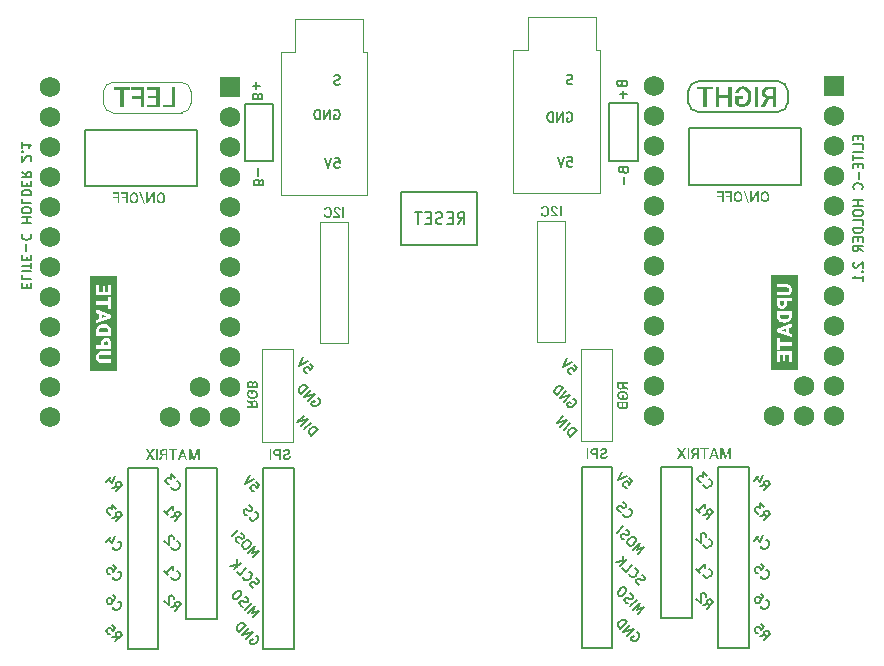
<source format=gbo>
%TF.GenerationSoftware,KiCad,Pcbnew,7.0.7*%
%TF.CreationDate,2024-01-26T01:18:24+08:00*%
%TF.ProjectId,adapter,61646170-7465-4722-9e6b-696361645f70,rev?*%
%TF.SameCoordinates,Original*%
%TF.FileFunction,Legend,Bot*%
%TF.FilePolarity,Positive*%
%FSLAX46Y46*%
G04 Gerber Fmt 4.6, Leading zero omitted, Abs format (unit mm)*
G04 Created by KiCad (PCBNEW 7.0.7) date 2024-01-26 01:18:24*
%MOMM*%
%LPD*%
G01*
G04 APERTURE LIST*
%ADD10C,0.150000*%
%ADD11C,0.120000*%
%ADD12R,1.752600X1.752600*%
%ADD13C,1.752600*%
G04 APERTURE END LIST*
D10*
X227223896Y-89729521D02*
G75*
G03*
X228004811Y-90500598I800327J29561D01*
G01*
X227250000Y-91909520D02*
X236750000Y-91909520D01*
X236750000Y-96709520D01*
X227250000Y-96709520D01*
X227250000Y-91909520D01*
D11*
X185099765Y-88779241D02*
X185099765Y-89798352D01*
D10*
X220520000Y-89719520D02*
X222920000Y-89719520D01*
X222920000Y-94669520D01*
X220520000Y-94669520D01*
X220520000Y-89719520D01*
D11*
X177697771Y-89808164D02*
G75*
G03*
X178478687Y-90579240I800429J29664D01*
G01*
D10*
X234845000Y-87929520D02*
X228020000Y-87929520D01*
D11*
X185099824Y-88779239D02*
G75*
G03*
X184318876Y-88008164I-800424J-29661D01*
G01*
X184303687Y-90579289D02*
G75*
G03*
X185099765Y-89798352I-3987J800289D01*
G01*
X178478687Y-90579241D02*
X184303687Y-90579241D01*
X177697798Y-89808163D02*
X177697798Y-88789052D01*
X184318876Y-88008163D02*
X178493876Y-88008162D01*
D10*
X235625951Y-88700596D02*
G75*
G03*
X234845000Y-87929520I-800328J-29564D01*
G01*
X228004811Y-90500598D02*
X234829811Y-90500599D01*
X235625889Y-88700598D02*
X235625889Y-89719709D01*
X176106376Y-92008160D02*
X185606376Y-92008160D01*
X185606376Y-96808160D01*
X176106376Y-96808160D01*
X176106376Y-92008160D01*
D11*
X178493876Y-88008172D02*
G75*
G03*
X177697798Y-88789052I4024J-800328D01*
G01*
D10*
X227223922Y-89729520D02*
X227223922Y-88710409D01*
X228020000Y-87929532D02*
G75*
G03*
X227223923Y-88710409I4123J-800428D01*
G01*
X189676376Y-89808160D02*
X192076376Y-89808160D01*
X192076376Y-94708160D01*
X189676376Y-94708160D01*
X189676376Y-89808160D01*
X234829811Y-90500652D02*
G75*
G03*
X235625889Y-89719709I-4088J800392D01*
G01*
X241543247Y-92526186D02*
X241543247Y-92792852D01*
X241962295Y-92907138D02*
X241962295Y-92526186D01*
X241962295Y-92526186D02*
X241162295Y-92526186D01*
X241162295Y-92526186D02*
X241162295Y-92907138D01*
X241962295Y-93630948D02*
X241962295Y-93249996D01*
X241962295Y-93249996D02*
X241162295Y-93249996D01*
X241962295Y-93897615D02*
X241162295Y-93897615D01*
X241162295Y-94164281D02*
X241162295Y-94621424D01*
X241962295Y-94392852D02*
X241162295Y-94392852D01*
X241543247Y-94888091D02*
X241543247Y-95154757D01*
X241962295Y-95269043D02*
X241962295Y-94888091D01*
X241962295Y-94888091D02*
X241162295Y-94888091D01*
X241162295Y-94888091D02*
X241162295Y-95269043D01*
X241657533Y-95611901D02*
X241657533Y-96221425D01*
X241886104Y-97059520D02*
X241924200Y-97021424D01*
X241924200Y-97021424D02*
X241962295Y-96907139D01*
X241962295Y-96907139D02*
X241962295Y-96830948D01*
X241962295Y-96830948D02*
X241924200Y-96716662D01*
X241924200Y-96716662D02*
X241848009Y-96640472D01*
X241848009Y-96640472D02*
X241771819Y-96602377D01*
X241771819Y-96602377D02*
X241619438Y-96564281D01*
X241619438Y-96564281D02*
X241505152Y-96564281D01*
X241505152Y-96564281D02*
X241352771Y-96602377D01*
X241352771Y-96602377D02*
X241276580Y-96640472D01*
X241276580Y-96640472D02*
X241200390Y-96716662D01*
X241200390Y-96716662D02*
X241162295Y-96830948D01*
X241162295Y-96830948D02*
X241162295Y-96907139D01*
X241162295Y-96907139D02*
X241200390Y-97021424D01*
X241200390Y-97021424D02*
X241238485Y-97059520D01*
X241962295Y-98011901D02*
X241162295Y-98011901D01*
X241543247Y-98011901D02*
X241543247Y-98469044D01*
X241962295Y-98469044D02*
X241162295Y-98469044D01*
X241162295Y-99002377D02*
X241162295Y-99154758D01*
X241162295Y-99154758D02*
X241200390Y-99230948D01*
X241200390Y-99230948D02*
X241276580Y-99307139D01*
X241276580Y-99307139D02*
X241428961Y-99345234D01*
X241428961Y-99345234D02*
X241695628Y-99345234D01*
X241695628Y-99345234D02*
X241848009Y-99307139D01*
X241848009Y-99307139D02*
X241924200Y-99230948D01*
X241924200Y-99230948D02*
X241962295Y-99154758D01*
X241962295Y-99154758D02*
X241962295Y-99002377D01*
X241962295Y-99002377D02*
X241924200Y-98926186D01*
X241924200Y-98926186D02*
X241848009Y-98849996D01*
X241848009Y-98849996D02*
X241695628Y-98811900D01*
X241695628Y-98811900D02*
X241428961Y-98811900D01*
X241428961Y-98811900D02*
X241276580Y-98849996D01*
X241276580Y-98849996D02*
X241200390Y-98926186D01*
X241200390Y-98926186D02*
X241162295Y-99002377D01*
X241962295Y-100069043D02*
X241962295Y-99688091D01*
X241962295Y-99688091D02*
X241162295Y-99688091D01*
X241962295Y-100335710D02*
X241162295Y-100335710D01*
X241162295Y-100335710D02*
X241162295Y-100526186D01*
X241162295Y-100526186D02*
X241200390Y-100640472D01*
X241200390Y-100640472D02*
X241276580Y-100716662D01*
X241276580Y-100716662D02*
X241352771Y-100754757D01*
X241352771Y-100754757D02*
X241505152Y-100792853D01*
X241505152Y-100792853D02*
X241619438Y-100792853D01*
X241619438Y-100792853D02*
X241771819Y-100754757D01*
X241771819Y-100754757D02*
X241848009Y-100716662D01*
X241848009Y-100716662D02*
X241924200Y-100640472D01*
X241924200Y-100640472D02*
X241962295Y-100526186D01*
X241962295Y-100526186D02*
X241962295Y-100335710D01*
X241543247Y-101135710D02*
X241543247Y-101402376D01*
X241962295Y-101516662D02*
X241962295Y-101135710D01*
X241962295Y-101135710D02*
X241162295Y-101135710D01*
X241162295Y-101135710D02*
X241162295Y-101516662D01*
X241962295Y-102316663D02*
X241581342Y-102049996D01*
X241962295Y-101859520D02*
X241162295Y-101859520D01*
X241162295Y-101859520D02*
X241162295Y-102164282D01*
X241162295Y-102164282D02*
X241200390Y-102240472D01*
X241200390Y-102240472D02*
X241238485Y-102278567D01*
X241238485Y-102278567D02*
X241314676Y-102316663D01*
X241314676Y-102316663D02*
X241428961Y-102316663D01*
X241428961Y-102316663D02*
X241505152Y-102278567D01*
X241505152Y-102278567D02*
X241543247Y-102240472D01*
X241543247Y-102240472D02*
X241581342Y-102164282D01*
X241581342Y-102164282D02*
X241581342Y-101859520D01*
X241238485Y-103230948D02*
X241200390Y-103269044D01*
X241200390Y-103269044D02*
X241162295Y-103345234D01*
X241162295Y-103345234D02*
X241162295Y-103535710D01*
X241162295Y-103535710D02*
X241200390Y-103611901D01*
X241200390Y-103611901D02*
X241238485Y-103649996D01*
X241238485Y-103649996D02*
X241314676Y-103688091D01*
X241314676Y-103688091D02*
X241390866Y-103688091D01*
X241390866Y-103688091D02*
X241505152Y-103649996D01*
X241505152Y-103649996D02*
X241962295Y-103192853D01*
X241962295Y-103192853D02*
X241962295Y-103688091D01*
X241886104Y-104030949D02*
X241924200Y-104069044D01*
X241924200Y-104069044D02*
X241962295Y-104030949D01*
X241962295Y-104030949D02*
X241924200Y-103992853D01*
X241924200Y-103992853D02*
X241886104Y-104030949D01*
X241886104Y-104030949D02*
X241962295Y-104030949D01*
X241962295Y-104830948D02*
X241962295Y-104373805D01*
X241962295Y-104602377D02*
X241162295Y-104602377D01*
X241162295Y-104602377D02*
X241276580Y-104526186D01*
X241276580Y-104526186D02*
X241352771Y-104449996D01*
X241352771Y-104449996D02*
X241390866Y-104373805D01*
X178414475Y-122318622D02*
X178872411Y-122237809D01*
X178737724Y-122641870D02*
X179303409Y-122076185D01*
X179303409Y-122076185D02*
X179087910Y-121860686D01*
X179087910Y-121860686D02*
X179007098Y-121833748D01*
X179007098Y-121833748D02*
X178953223Y-121833748D01*
X178953223Y-121833748D02*
X178872411Y-121860686D01*
X178872411Y-121860686D02*
X178791598Y-121941498D01*
X178791598Y-121941498D02*
X178764661Y-122022310D01*
X178764661Y-122022310D02*
X178764661Y-122076185D01*
X178764661Y-122076185D02*
X178791598Y-122156997D01*
X178791598Y-122156997D02*
X179007098Y-122372496D01*
X178306725Y-121456625D02*
X177929601Y-121833748D01*
X178656911Y-121375813D02*
X178387537Y-121914561D01*
X178387537Y-121914561D02*
X178037351Y-121564374D01*
X183444550Y-127324747D02*
X183444550Y-127378622D01*
X183444550Y-127378622D02*
X183498424Y-127486371D01*
X183498424Y-127486371D02*
X183552299Y-127540246D01*
X183552299Y-127540246D02*
X183660049Y-127594121D01*
X183660049Y-127594121D02*
X183767798Y-127594121D01*
X183767798Y-127594121D02*
X183848611Y-127567183D01*
X183848611Y-127567183D02*
X183983298Y-127486371D01*
X183983298Y-127486371D02*
X184064110Y-127405559D01*
X184064110Y-127405559D02*
X184144922Y-127270872D01*
X184144922Y-127270872D02*
X184171859Y-127190060D01*
X184171859Y-127190060D02*
X184171859Y-127082310D01*
X184171859Y-127082310D02*
X184117985Y-126974561D01*
X184117985Y-126974561D02*
X184064110Y-126920686D01*
X184064110Y-126920686D02*
X183956360Y-126866811D01*
X183956360Y-126866811D02*
X183902485Y-126866811D01*
X183686986Y-126651312D02*
X183686986Y-126597437D01*
X183686986Y-126597437D02*
X183660049Y-126516625D01*
X183660049Y-126516625D02*
X183525362Y-126381938D01*
X183525362Y-126381938D02*
X183444550Y-126355000D01*
X183444550Y-126355000D02*
X183390675Y-126355000D01*
X183390675Y-126355000D02*
X183309863Y-126381938D01*
X183309863Y-126381938D02*
X183255988Y-126435813D01*
X183255988Y-126435813D02*
X183202113Y-126543562D01*
X183202113Y-126543562D02*
X183202113Y-127190060D01*
X183202113Y-127190060D02*
X182851927Y-126839874D01*
X178468350Y-127344747D02*
X178468350Y-127398622D01*
X178468350Y-127398622D02*
X178522224Y-127506371D01*
X178522224Y-127506371D02*
X178576099Y-127560246D01*
X178576099Y-127560246D02*
X178683849Y-127614121D01*
X178683849Y-127614121D02*
X178791598Y-127614121D01*
X178791598Y-127614121D02*
X178872411Y-127587183D01*
X178872411Y-127587183D02*
X179007098Y-127506371D01*
X179007098Y-127506371D02*
X179087910Y-127425559D01*
X179087910Y-127425559D02*
X179168722Y-127290872D01*
X179168722Y-127290872D02*
X179195659Y-127210060D01*
X179195659Y-127210060D02*
X179195659Y-127102310D01*
X179195659Y-127102310D02*
X179141785Y-126994561D01*
X179141785Y-126994561D02*
X179087910Y-126940686D01*
X179087910Y-126940686D02*
X178980160Y-126886811D01*
X178980160Y-126886811D02*
X178926285Y-126886811D01*
X178306725Y-126536625D02*
X177929601Y-126913748D01*
X178656911Y-126455813D02*
X178387537Y-126994561D01*
X178387537Y-126994561D02*
X178037351Y-126644374D01*
X233281899Y-122219983D02*
X233739835Y-122139170D01*
X233605148Y-122543231D02*
X234170833Y-121977546D01*
X234170833Y-121977546D02*
X233955334Y-121762047D01*
X233955334Y-121762047D02*
X233874522Y-121735109D01*
X233874522Y-121735109D02*
X233820647Y-121735109D01*
X233820647Y-121735109D02*
X233739835Y-121762047D01*
X233739835Y-121762047D02*
X233659022Y-121842859D01*
X233659022Y-121842859D02*
X233632085Y-121923671D01*
X233632085Y-121923671D02*
X233632085Y-121977546D01*
X233632085Y-121977546D02*
X233659022Y-122058358D01*
X233659022Y-122058358D02*
X233874522Y-122273857D01*
X233174149Y-121357986D02*
X232797025Y-121735109D01*
X233524335Y-121277174D02*
X233254961Y-121815922D01*
X233254961Y-121815922D02*
X232904775Y-121465735D01*
X233335774Y-132326108D02*
X233335774Y-132379983D01*
X233335774Y-132379983D02*
X233389648Y-132487732D01*
X233389648Y-132487732D02*
X233443523Y-132541607D01*
X233443523Y-132541607D02*
X233551273Y-132595482D01*
X233551273Y-132595482D02*
X233659022Y-132595482D01*
X233659022Y-132595482D02*
X233739835Y-132568544D01*
X233739835Y-132568544D02*
X233874522Y-132487732D01*
X233874522Y-132487732D02*
X233955334Y-132406920D01*
X233955334Y-132406920D02*
X234036146Y-132272233D01*
X234036146Y-132272233D02*
X234063083Y-132191421D01*
X234063083Y-132191421D02*
X234063083Y-132083671D01*
X234063083Y-132083671D02*
X234009209Y-131975922D01*
X234009209Y-131975922D02*
X233955334Y-131922047D01*
X233955334Y-131922047D02*
X233847584Y-131868172D01*
X233847584Y-131868172D02*
X233793709Y-131868172D01*
X233362711Y-131329424D02*
X233470461Y-131437174D01*
X233470461Y-131437174D02*
X233497398Y-131517986D01*
X233497398Y-131517986D02*
X233497398Y-131571861D01*
X233497398Y-131571861D02*
X233470461Y-131706548D01*
X233470461Y-131706548D02*
X233389648Y-131841235D01*
X233389648Y-131841235D02*
X233174149Y-132056734D01*
X233174149Y-132056734D02*
X233093337Y-132083671D01*
X233093337Y-132083671D02*
X233039462Y-132083671D01*
X233039462Y-132083671D02*
X232958650Y-132056734D01*
X232958650Y-132056734D02*
X232850900Y-131948984D01*
X232850900Y-131948984D02*
X232823963Y-131868172D01*
X232823963Y-131868172D02*
X232823963Y-131814297D01*
X232823963Y-131814297D02*
X232850900Y-131733485D01*
X232850900Y-131733485D02*
X232985587Y-131598798D01*
X232985587Y-131598798D02*
X233066400Y-131571861D01*
X233066400Y-131571861D02*
X233120274Y-131571861D01*
X233120274Y-131571861D02*
X233201087Y-131598798D01*
X233201087Y-131598798D02*
X233308836Y-131706548D01*
X233308836Y-131706548D02*
X233335774Y-131787360D01*
X233335774Y-131787360D02*
X233335774Y-131841235D01*
X233335774Y-131841235D02*
X233308836Y-131922047D01*
X233281899Y-134919983D02*
X233739835Y-134839170D01*
X233605148Y-135243231D02*
X234170833Y-134677546D01*
X234170833Y-134677546D02*
X233955334Y-134462047D01*
X233955334Y-134462047D02*
X233874522Y-134435109D01*
X233874522Y-134435109D02*
X233820647Y-134435109D01*
X233820647Y-134435109D02*
X233739835Y-134462047D01*
X233739835Y-134462047D02*
X233659022Y-134542859D01*
X233659022Y-134542859D02*
X233632085Y-134623671D01*
X233632085Y-134623671D02*
X233632085Y-134677546D01*
X233632085Y-134677546D02*
X233659022Y-134758358D01*
X233659022Y-134758358D02*
X233874522Y-134973857D01*
X233335774Y-133842487D02*
X233605148Y-134111861D01*
X233605148Y-134111861D02*
X233362711Y-134408172D01*
X233362711Y-134408172D02*
X233362711Y-134354297D01*
X233362711Y-134354297D02*
X233335774Y-134273485D01*
X233335774Y-134273485D02*
X233201087Y-134138798D01*
X233201087Y-134138798D02*
X233120274Y-134111861D01*
X233120274Y-134111861D02*
X233066400Y-134111861D01*
X233066400Y-134111861D02*
X232985587Y-134138798D01*
X232985587Y-134138798D02*
X232850900Y-134273485D01*
X232850900Y-134273485D02*
X232823963Y-134354297D01*
X232823963Y-134354297D02*
X232823963Y-134408172D01*
X232823963Y-134408172D02*
X232850900Y-134488984D01*
X232850900Y-134488984D02*
X232985587Y-134623671D01*
X232985587Y-134623671D02*
X233066400Y-134650609D01*
X233066400Y-134650609D02*
X233120274Y-134650609D01*
X183390675Y-132458622D02*
X183848611Y-132377809D01*
X183713924Y-132781870D02*
X184279609Y-132216185D01*
X184279609Y-132216185D02*
X184064110Y-132000686D01*
X184064110Y-132000686D02*
X183983298Y-131973748D01*
X183983298Y-131973748D02*
X183929423Y-131973748D01*
X183929423Y-131973748D02*
X183848611Y-132000686D01*
X183848611Y-132000686D02*
X183767798Y-132081498D01*
X183767798Y-132081498D02*
X183740861Y-132162310D01*
X183740861Y-132162310D02*
X183740861Y-132216185D01*
X183740861Y-132216185D02*
X183767798Y-132296997D01*
X183767798Y-132296997D02*
X183983298Y-132512496D01*
X183686986Y-131731312D02*
X183686986Y-131677437D01*
X183686986Y-131677437D02*
X183660049Y-131596625D01*
X183660049Y-131596625D02*
X183525362Y-131461938D01*
X183525362Y-131461938D02*
X183444550Y-131435000D01*
X183444550Y-131435000D02*
X183390675Y-131435000D01*
X183390675Y-131435000D02*
X183309863Y-131461938D01*
X183309863Y-131461938D02*
X183255988Y-131515813D01*
X183255988Y-131515813D02*
X183202113Y-131623562D01*
X183202113Y-131623562D02*
X183202113Y-132270060D01*
X183202113Y-132270060D02*
X182851927Y-131919874D01*
X178468350Y-132424747D02*
X178468350Y-132478622D01*
X178468350Y-132478622D02*
X178522224Y-132586371D01*
X178522224Y-132586371D02*
X178576099Y-132640246D01*
X178576099Y-132640246D02*
X178683849Y-132694121D01*
X178683849Y-132694121D02*
X178791598Y-132694121D01*
X178791598Y-132694121D02*
X178872411Y-132667183D01*
X178872411Y-132667183D02*
X179007098Y-132586371D01*
X179007098Y-132586371D02*
X179087910Y-132505559D01*
X179087910Y-132505559D02*
X179168722Y-132370872D01*
X179168722Y-132370872D02*
X179195659Y-132290060D01*
X179195659Y-132290060D02*
X179195659Y-132182310D01*
X179195659Y-132182310D02*
X179141785Y-132074561D01*
X179141785Y-132074561D02*
X179087910Y-132020686D01*
X179087910Y-132020686D02*
X178980160Y-131966811D01*
X178980160Y-131966811D02*
X178926285Y-131966811D01*
X178495287Y-131428063D02*
X178603037Y-131535813D01*
X178603037Y-131535813D02*
X178629974Y-131616625D01*
X178629974Y-131616625D02*
X178629974Y-131670500D01*
X178629974Y-131670500D02*
X178603037Y-131805187D01*
X178603037Y-131805187D02*
X178522224Y-131939874D01*
X178522224Y-131939874D02*
X178306725Y-132155373D01*
X178306725Y-132155373D02*
X178225913Y-132182310D01*
X178225913Y-132182310D02*
X178172038Y-132182310D01*
X178172038Y-132182310D02*
X178091226Y-132155373D01*
X178091226Y-132155373D02*
X177983476Y-132047623D01*
X177983476Y-132047623D02*
X177956539Y-131966811D01*
X177956539Y-131966811D02*
X177956539Y-131912936D01*
X177956539Y-131912936D02*
X177983476Y-131832124D01*
X177983476Y-131832124D02*
X178118163Y-131697437D01*
X178118163Y-131697437D02*
X178198976Y-131670500D01*
X178198976Y-131670500D02*
X178252850Y-131670500D01*
X178252850Y-131670500D02*
X178333663Y-131697437D01*
X178333663Y-131697437D02*
X178441412Y-131805187D01*
X178441412Y-131805187D02*
X178468350Y-131885999D01*
X178468350Y-131885999D02*
X178468350Y-131939874D01*
X178468350Y-131939874D02*
X178441412Y-132020686D01*
X178389075Y-135012680D02*
X178847011Y-134931867D01*
X178712324Y-135335928D02*
X179278009Y-134770243D01*
X179278009Y-134770243D02*
X179062510Y-134554744D01*
X179062510Y-134554744D02*
X178981698Y-134527806D01*
X178981698Y-134527806D02*
X178927823Y-134527806D01*
X178927823Y-134527806D02*
X178847011Y-134554744D01*
X178847011Y-134554744D02*
X178766198Y-134635556D01*
X178766198Y-134635556D02*
X178739261Y-134716368D01*
X178739261Y-134716368D02*
X178739261Y-134770243D01*
X178739261Y-134770243D02*
X178766198Y-134851055D01*
X178766198Y-134851055D02*
X178981698Y-135066554D01*
X178442950Y-133935184D02*
X178712324Y-134204558D01*
X178712324Y-134204558D02*
X178469887Y-134500869D01*
X178469887Y-134500869D02*
X178469887Y-134446994D01*
X178469887Y-134446994D02*
X178442950Y-134366182D01*
X178442950Y-134366182D02*
X178308263Y-134231495D01*
X178308263Y-134231495D02*
X178227450Y-134204558D01*
X178227450Y-134204558D02*
X178173576Y-134204558D01*
X178173576Y-134204558D02*
X178092763Y-134231495D01*
X178092763Y-134231495D02*
X177958076Y-134366182D01*
X177958076Y-134366182D02*
X177931139Y-134446994D01*
X177931139Y-134446994D02*
X177931139Y-134500869D01*
X177931139Y-134500869D02*
X177958076Y-134581681D01*
X177958076Y-134581681D02*
X178092763Y-134716368D01*
X178092763Y-134716368D02*
X178173576Y-134743306D01*
X178173576Y-134743306D02*
X178227450Y-134743306D01*
X216944285Y-90589910D02*
X217020475Y-90551815D01*
X217020475Y-90551815D02*
X217134761Y-90551815D01*
X217134761Y-90551815D02*
X217249047Y-90589910D01*
X217249047Y-90589910D02*
X217325237Y-90666100D01*
X217325237Y-90666100D02*
X217363332Y-90742291D01*
X217363332Y-90742291D02*
X217401428Y-90894672D01*
X217401428Y-90894672D02*
X217401428Y-91008958D01*
X217401428Y-91008958D02*
X217363332Y-91161339D01*
X217363332Y-91161339D02*
X217325237Y-91237529D01*
X217325237Y-91237529D02*
X217249047Y-91313720D01*
X217249047Y-91313720D02*
X217134761Y-91351815D01*
X217134761Y-91351815D02*
X217058570Y-91351815D01*
X217058570Y-91351815D02*
X216944285Y-91313720D01*
X216944285Y-91313720D02*
X216906189Y-91275624D01*
X216906189Y-91275624D02*
X216906189Y-91008958D01*
X216906189Y-91008958D02*
X217058570Y-91008958D01*
X216563332Y-91351815D02*
X216563332Y-90551815D01*
X216563332Y-90551815D02*
X216106189Y-91351815D01*
X216106189Y-91351815D02*
X216106189Y-90551815D01*
X215725237Y-91351815D02*
X215725237Y-90551815D01*
X215725237Y-90551815D02*
X215534761Y-90551815D01*
X215534761Y-90551815D02*
X215420475Y-90589910D01*
X215420475Y-90589910D02*
X215344285Y-90666100D01*
X215344285Y-90666100D02*
X215306190Y-90742291D01*
X215306190Y-90742291D02*
X215268094Y-90894672D01*
X215268094Y-90894672D02*
X215268094Y-91008958D01*
X215268094Y-91008958D02*
X215306190Y-91161339D01*
X215306190Y-91161339D02*
X215344285Y-91237529D01*
X215344285Y-91237529D02*
X215420475Y-91313720D01*
X215420475Y-91313720D02*
X215534761Y-91351815D01*
X215534761Y-91351815D02*
X215725237Y-91351815D01*
X190863128Y-96446255D02*
X190825033Y-96331969D01*
X190825033Y-96331969D02*
X190786937Y-96293874D01*
X190786937Y-96293874D02*
X190710747Y-96255778D01*
X190710747Y-96255778D02*
X190596461Y-96255778D01*
X190596461Y-96255778D02*
X190520271Y-96293874D01*
X190520271Y-96293874D02*
X190482176Y-96331969D01*
X190482176Y-96331969D02*
X190444080Y-96408159D01*
X190444080Y-96408159D02*
X190444080Y-96712921D01*
X190444080Y-96712921D02*
X191244080Y-96712921D01*
X191244080Y-96712921D02*
X191244080Y-96446255D01*
X191244080Y-96446255D02*
X191205985Y-96370064D01*
X191205985Y-96370064D02*
X191167890Y-96331969D01*
X191167890Y-96331969D02*
X191091699Y-96293874D01*
X191091699Y-96293874D02*
X191015509Y-96293874D01*
X191015509Y-96293874D02*
X190939318Y-96331969D01*
X190939318Y-96331969D02*
X190901223Y-96370064D01*
X190901223Y-96370064D02*
X190863128Y-96446255D01*
X190863128Y-96446255D02*
X190863128Y-96712921D01*
X190748842Y-95912921D02*
X190748842Y-95303398D01*
X197230661Y-90358550D02*
X197306851Y-90320455D01*
X197306851Y-90320455D02*
X197421137Y-90320455D01*
X197421137Y-90320455D02*
X197535423Y-90358550D01*
X197535423Y-90358550D02*
X197611613Y-90434740D01*
X197611613Y-90434740D02*
X197649708Y-90510931D01*
X197649708Y-90510931D02*
X197687804Y-90663312D01*
X197687804Y-90663312D02*
X197687804Y-90777598D01*
X197687804Y-90777598D02*
X197649708Y-90929979D01*
X197649708Y-90929979D02*
X197611613Y-91006169D01*
X197611613Y-91006169D02*
X197535423Y-91082360D01*
X197535423Y-91082360D02*
X197421137Y-91120455D01*
X197421137Y-91120455D02*
X197344946Y-91120455D01*
X197344946Y-91120455D02*
X197230661Y-91082360D01*
X197230661Y-91082360D02*
X197192565Y-91044264D01*
X197192565Y-91044264D02*
X197192565Y-90777598D01*
X197192565Y-90777598D02*
X197344946Y-90777598D01*
X196849708Y-91120455D02*
X196849708Y-90320455D01*
X196849708Y-90320455D02*
X196392565Y-91120455D01*
X196392565Y-91120455D02*
X196392565Y-90320455D01*
X196011613Y-91120455D02*
X196011613Y-90320455D01*
X196011613Y-90320455D02*
X195821137Y-90320455D01*
X195821137Y-90320455D02*
X195706851Y-90358550D01*
X195706851Y-90358550D02*
X195630661Y-90434740D01*
X195630661Y-90434740D02*
X195592566Y-90510931D01*
X195592566Y-90510931D02*
X195554470Y-90663312D01*
X195554470Y-90663312D02*
X195554470Y-90777598D01*
X195554470Y-90777598D02*
X195592566Y-90929979D01*
X195592566Y-90929979D02*
X195630661Y-91006169D01*
X195630661Y-91006169D02*
X195706851Y-91082360D01*
X195706851Y-91082360D02*
X195821137Y-91120455D01*
X195821137Y-91120455D02*
X196011613Y-91120455D01*
X222851939Y-134577950D02*
X222932751Y-134604887D01*
X222932751Y-134604887D02*
X223013563Y-134685699D01*
X223013563Y-134685699D02*
X223067438Y-134793449D01*
X223067438Y-134793449D02*
X223067438Y-134901199D01*
X223067438Y-134901199D02*
X223040501Y-134982011D01*
X223040501Y-134982011D02*
X222959689Y-135116698D01*
X222959689Y-135116698D02*
X222878876Y-135197510D01*
X222878876Y-135197510D02*
X222744189Y-135278322D01*
X222744189Y-135278322D02*
X222663377Y-135305260D01*
X222663377Y-135305260D02*
X222555628Y-135305260D01*
X222555628Y-135305260D02*
X222447878Y-135251385D01*
X222447878Y-135251385D02*
X222394003Y-135197510D01*
X222394003Y-135197510D02*
X222340128Y-135089760D01*
X222340128Y-135089760D02*
X222340128Y-135035886D01*
X222340128Y-135035886D02*
X222528690Y-134847324D01*
X222528690Y-134847324D02*
X222636440Y-134955073D01*
X222043817Y-134847324D02*
X222609502Y-134281638D01*
X222609502Y-134281638D02*
X221720568Y-134524075D01*
X221720568Y-134524075D02*
X222286254Y-133958390D01*
X221451194Y-134254701D02*
X222016880Y-133689016D01*
X222016880Y-133689016D02*
X221882193Y-133554329D01*
X221882193Y-133554329D02*
X221774443Y-133500454D01*
X221774443Y-133500454D02*
X221666694Y-133500454D01*
X221666694Y-133500454D02*
X221585881Y-133527391D01*
X221585881Y-133527391D02*
X221451194Y-133608204D01*
X221451194Y-133608204D02*
X221370382Y-133689016D01*
X221370382Y-133689016D02*
X221289570Y-133823703D01*
X221289570Y-133823703D02*
X221262633Y-133904515D01*
X221262633Y-133904515D02*
X221262633Y-134012265D01*
X221262633Y-134012265D02*
X221316507Y-134120014D01*
X221316507Y-134120014D02*
X221451194Y-134254701D01*
X228491974Y-129686106D02*
X228491974Y-129739981D01*
X228491974Y-129739981D02*
X228545848Y-129847730D01*
X228545848Y-129847730D02*
X228599723Y-129901605D01*
X228599723Y-129901605D02*
X228707473Y-129955480D01*
X228707473Y-129955480D02*
X228815222Y-129955480D01*
X228815222Y-129955480D02*
X228896035Y-129928542D01*
X228896035Y-129928542D02*
X229030722Y-129847730D01*
X229030722Y-129847730D02*
X229111534Y-129766918D01*
X229111534Y-129766918D02*
X229192346Y-129632231D01*
X229192346Y-129632231D02*
X229219283Y-129551419D01*
X229219283Y-129551419D02*
X229219283Y-129443669D01*
X229219283Y-129443669D02*
X229165409Y-129335920D01*
X229165409Y-129335920D02*
X229111534Y-129282045D01*
X229111534Y-129282045D02*
X229003784Y-129228170D01*
X229003784Y-129228170D02*
X228949909Y-129228170D01*
X227899351Y-129201233D02*
X228222600Y-129524481D01*
X228060975Y-129362857D02*
X228626661Y-128797172D01*
X228626661Y-128797172D02*
X228599723Y-128931859D01*
X228599723Y-128931859D02*
X228599723Y-129039608D01*
X228599723Y-129039608D02*
X228626661Y-129120420D01*
X195819940Y-114716591D02*
X195900752Y-114743528D01*
X195900752Y-114743528D02*
X195981564Y-114824340D01*
X195981564Y-114824340D02*
X196035439Y-114932090D01*
X196035439Y-114932090D02*
X196035439Y-115039840D01*
X196035439Y-115039840D02*
X196008502Y-115120652D01*
X196008502Y-115120652D02*
X195927690Y-115255339D01*
X195927690Y-115255339D02*
X195846877Y-115336151D01*
X195846877Y-115336151D02*
X195712190Y-115416963D01*
X195712190Y-115416963D02*
X195631378Y-115443901D01*
X195631378Y-115443901D02*
X195523629Y-115443901D01*
X195523629Y-115443901D02*
X195415879Y-115390026D01*
X195415879Y-115390026D02*
X195362004Y-115336151D01*
X195362004Y-115336151D02*
X195308129Y-115228401D01*
X195308129Y-115228401D02*
X195308129Y-115174527D01*
X195308129Y-115174527D02*
X195496691Y-114985965D01*
X195496691Y-114985965D02*
X195604441Y-115093714D01*
X195011818Y-114985965D02*
X195577503Y-114420279D01*
X195577503Y-114420279D02*
X194688569Y-114662716D01*
X194688569Y-114662716D02*
X195254255Y-114097031D01*
X194419195Y-114393342D02*
X194984881Y-113827657D01*
X194984881Y-113827657D02*
X194850194Y-113692970D01*
X194850194Y-113692970D02*
X194742444Y-113639095D01*
X194742444Y-113639095D02*
X194634695Y-113639095D01*
X194634695Y-113639095D02*
X194553882Y-113666032D01*
X194553882Y-113666032D02*
X194419195Y-113746845D01*
X194419195Y-113746845D02*
X194338383Y-113827657D01*
X194338383Y-113827657D02*
X194257571Y-113962344D01*
X194257571Y-113962344D02*
X194230634Y-114043156D01*
X194230634Y-114043156D02*
X194230634Y-114150906D01*
X194230634Y-114150906D02*
X194284508Y-114258655D01*
X194284508Y-114258655D02*
X194419195Y-114393342D01*
X217463378Y-114797951D02*
X217544190Y-114824888D01*
X217544190Y-114824888D02*
X217625002Y-114905700D01*
X217625002Y-114905700D02*
X217678877Y-115013450D01*
X217678877Y-115013450D02*
X217678877Y-115121200D01*
X217678877Y-115121200D02*
X217651940Y-115202012D01*
X217651940Y-115202012D02*
X217571128Y-115336699D01*
X217571128Y-115336699D02*
X217490315Y-115417511D01*
X217490315Y-115417511D02*
X217355628Y-115498323D01*
X217355628Y-115498323D02*
X217274816Y-115525261D01*
X217274816Y-115525261D02*
X217167067Y-115525261D01*
X217167067Y-115525261D02*
X217059317Y-115471386D01*
X217059317Y-115471386D02*
X217005442Y-115417511D01*
X217005442Y-115417511D02*
X216951567Y-115309761D01*
X216951567Y-115309761D02*
X216951567Y-115255887D01*
X216951567Y-115255887D02*
X217140129Y-115067325D01*
X217140129Y-115067325D02*
X217247879Y-115175074D01*
X216655256Y-115067325D02*
X217220941Y-114501639D01*
X217220941Y-114501639D02*
X216332007Y-114744076D01*
X216332007Y-114744076D02*
X216897693Y-114178391D01*
X216062633Y-114474702D02*
X216628319Y-113909017D01*
X216628319Y-113909017D02*
X216493632Y-113774330D01*
X216493632Y-113774330D02*
X216385882Y-113720455D01*
X216385882Y-113720455D02*
X216278133Y-113720455D01*
X216278133Y-113720455D02*
X216197320Y-113747392D01*
X216197320Y-113747392D02*
X216062633Y-113828205D01*
X216062633Y-113828205D02*
X215981821Y-113909017D01*
X215981821Y-113909017D02*
X215901009Y-114043704D01*
X215901009Y-114043704D02*
X215874072Y-114124516D01*
X215874072Y-114124516D02*
X215874072Y-114232266D01*
X215874072Y-114232266D02*
X215927946Y-114340015D01*
X215927946Y-114340015D02*
X216062633Y-114474702D01*
X183390675Y-124838622D02*
X183848611Y-124757809D01*
X183713924Y-125161870D02*
X184279609Y-124596185D01*
X184279609Y-124596185D02*
X184064110Y-124380686D01*
X184064110Y-124380686D02*
X183983298Y-124353748D01*
X183983298Y-124353748D02*
X183929423Y-124353748D01*
X183929423Y-124353748D02*
X183848611Y-124380686D01*
X183848611Y-124380686D02*
X183767798Y-124461498D01*
X183767798Y-124461498D02*
X183740861Y-124542310D01*
X183740861Y-124542310D02*
X183740861Y-124596185D01*
X183740861Y-124596185D02*
X183767798Y-124676997D01*
X183767798Y-124676997D02*
X183983298Y-124892496D01*
X182851927Y-124299874D02*
X183175176Y-124623122D01*
X183013551Y-124461498D02*
X183579237Y-123895813D01*
X183579237Y-123895813D02*
X183552299Y-124030500D01*
X183552299Y-124030500D02*
X183552299Y-124138249D01*
X183552299Y-124138249D02*
X183579237Y-124219061D01*
X222205442Y-121527764D02*
X222474816Y-121797138D01*
X222474816Y-121797138D02*
X222232379Y-122093449D01*
X222232379Y-122093449D02*
X222232379Y-122039574D01*
X222232379Y-122039574D02*
X222205442Y-121958762D01*
X222205442Y-121958762D02*
X222070755Y-121824075D01*
X222070755Y-121824075D02*
X221989943Y-121797138D01*
X221989943Y-121797138D02*
X221936068Y-121797138D01*
X221936068Y-121797138D02*
X221855256Y-121824075D01*
X221855256Y-121824075D02*
X221720569Y-121958762D01*
X221720569Y-121958762D02*
X221693631Y-122039574D01*
X221693631Y-122039574D02*
X221693631Y-122093449D01*
X221693631Y-122093449D02*
X221720569Y-122174261D01*
X221720569Y-122174261D02*
X221855256Y-122308948D01*
X221855256Y-122308948D02*
X221936068Y-122335886D01*
X221936068Y-122335886D02*
X221989943Y-122335886D01*
X222016880Y-121339202D02*
X221262633Y-121716325D01*
X221262633Y-121716325D02*
X221639756Y-120962078D01*
X197268756Y-94420455D02*
X197649708Y-94420455D01*
X197649708Y-94420455D02*
X197687804Y-94801407D01*
X197687804Y-94801407D02*
X197649708Y-94763312D01*
X197649708Y-94763312D02*
X197573518Y-94725217D01*
X197573518Y-94725217D02*
X197383042Y-94725217D01*
X197383042Y-94725217D02*
X197306851Y-94763312D01*
X197306851Y-94763312D02*
X197268756Y-94801407D01*
X197268756Y-94801407D02*
X197230661Y-94877598D01*
X197230661Y-94877598D02*
X197230661Y-95068074D01*
X197230661Y-95068074D02*
X197268756Y-95144264D01*
X197268756Y-95144264D02*
X197306851Y-95182360D01*
X197306851Y-95182360D02*
X197383042Y-95220455D01*
X197383042Y-95220455D02*
X197573518Y-95220455D01*
X197573518Y-95220455D02*
X197649708Y-95182360D01*
X197649708Y-95182360D02*
X197687804Y-95144264D01*
X197002089Y-94420455D02*
X196735422Y-95220455D01*
X196735422Y-95220455D02*
X196468756Y-94420455D01*
X228438099Y-124659981D02*
X228896035Y-124579168D01*
X228761348Y-124983229D02*
X229327033Y-124417544D01*
X229327033Y-124417544D02*
X229111534Y-124202045D01*
X229111534Y-124202045D02*
X229030722Y-124175107D01*
X229030722Y-124175107D02*
X228976847Y-124175107D01*
X228976847Y-124175107D02*
X228896035Y-124202045D01*
X228896035Y-124202045D02*
X228815222Y-124282857D01*
X228815222Y-124282857D02*
X228788285Y-124363669D01*
X228788285Y-124363669D02*
X228788285Y-124417544D01*
X228788285Y-124417544D02*
X228815222Y-124498356D01*
X228815222Y-124498356D02*
X229030722Y-124713855D01*
X227899351Y-124121233D02*
X228222600Y-124444481D01*
X228060975Y-124282857D02*
X228626661Y-123717172D01*
X228626661Y-123717172D02*
X228599723Y-123851859D01*
X228599723Y-123851859D02*
X228599723Y-123959608D01*
X228599723Y-123959608D02*
X228626661Y-124040420D01*
X178468350Y-129884747D02*
X178468350Y-129938622D01*
X178468350Y-129938622D02*
X178522224Y-130046371D01*
X178522224Y-130046371D02*
X178576099Y-130100246D01*
X178576099Y-130100246D02*
X178683849Y-130154121D01*
X178683849Y-130154121D02*
X178791598Y-130154121D01*
X178791598Y-130154121D02*
X178872411Y-130127183D01*
X178872411Y-130127183D02*
X179007098Y-130046371D01*
X179007098Y-130046371D02*
X179087910Y-129965559D01*
X179087910Y-129965559D02*
X179168722Y-129830872D01*
X179168722Y-129830872D02*
X179195659Y-129750060D01*
X179195659Y-129750060D02*
X179195659Y-129642310D01*
X179195659Y-129642310D02*
X179141785Y-129534561D01*
X179141785Y-129534561D02*
X179087910Y-129480686D01*
X179087910Y-129480686D02*
X178980160Y-129426811D01*
X178980160Y-129426811D02*
X178926285Y-129426811D01*
X178468350Y-128861126D02*
X178737724Y-129130500D01*
X178737724Y-129130500D02*
X178495287Y-129426811D01*
X178495287Y-129426811D02*
X178495287Y-129372936D01*
X178495287Y-129372936D02*
X178468350Y-129292124D01*
X178468350Y-129292124D02*
X178333663Y-129157437D01*
X178333663Y-129157437D02*
X178252850Y-129130500D01*
X178252850Y-129130500D02*
X178198976Y-129130500D01*
X178198976Y-129130500D02*
X178118163Y-129157437D01*
X178118163Y-129157437D02*
X177983476Y-129292124D01*
X177983476Y-129292124D02*
X177956539Y-129372936D01*
X177956539Y-129372936D02*
X177956539Y-129426811D01*
X177956539Y-129426811D02*
X177983476Y-129507623D01*
X177983476Y-129507623D02*
X178118163Y-129642310D01*
X178118163Y-129642310D02*
X178198976Y-129669248D01*
X178198976Y-129669248D02*
X178252850Y-129669248D01*
X233335774Y-127246108D02*
X233335774Y-127299983D01*
X233335774Y-127299983D02*
X233389648Y-127407732D01*
X233389648Y-127407732D02*
X233443523Y-127461607D01*
X233443523Y-127461607D02*
X233551273Y-127515482D01*
X233551273Y-127515482D02*
X233659022Y-127515482D01*
X233659022Y-127515482D02*
X233739835Y-127488544D01*
X233739835Y-127488544D02*
X233874522Y-127407732D01*
X233874522Y-127407732D02*
X233955334Y-127326920D01*
X233955334Y-127326920D02*
X234036146Y-127192233D01*
X234036146Y-127192233D02*
X234063083Y-127111421D01*
X234063083Y-127111421D02*
X234063083Y-127003671D01*
X234063083Y-127003671D02*
X234009209Y-126895922D01*
X234009209Y-126895922D02*
X233955334Y-126842047D01*
X233955334Y-126842047D02*
X233847584Y-126788172D01*
X233847584Y-126788172D02*
X233793709Y-126788172D01*
X233174149Y-126437986D02*
X232797025Y-126815109D01*
X233524335Y-126357174D02*
X233254961Y-126895922D01*
X233254961Y-126895922D02*
X232904775Y-126545735D01*
X171213128Y-105391493D02*
X171213128Y-105124827D01*
X170794080Y-105010541D02*
X170794080Y-105391493D01*
X170794080Y-105391493D02*
X171594080Y-105391493D01*
X171594080Y-105391493D02*
X171594080Y-105010541D01*
X170794080Y-104286731D02*
X170794080Y-104667683D01*
X170794080Y-104667683D02*
X171594080Y-104667683D01*
X170794080Y-104020064D02*
X171594080Y-104020064D01*
X171594080Y-103753398D02*
X171594080Y-103296255D01*
X170794080Y-103524827D02*
X171594080Y-103524827D01*
X171213128Y-103029588D02*
X171213128Y-102762922D01*
X170794080Y-102648636D02*
X170794080Y-103029588D01*
X170794080Y-103029588D02*
X171594080Y-103029588D01*
X171594080Y-103029588D02*
X171594080Y-102648636D01*
X171098842Y-102305778D02*
X171098842Y-101696255D01*
X170870271Y-100858159D02*
X170832176Y-100896255D01*
X170832176Y-100896255D02*
X170794080Y-101010540D01*
X170794080Y-101010540D02*
X170794080Y-101086731D01*
X170794080Y-101086731D02*
X170832176Y-101201017D01*
X170832176Y-101201017D02*
X170908366Y-101277207D01*
X170908366Y-101277207D02*
X170984556Y-101315302D01*
X170984556Y-101315302D02*
X171136937Y-101353398D01*
X171136937Y-101353398D02*
X171251223Y-101353398D01*
X171251223Y-101353398D02*
X171403604Y-101315302D01*
X171403604Y-101315302D02*
X171479795Y-101277207D01*
X171479795Y-101277207D02*
X171555985Y-101201017D01*
X171555985Y-101201017D02*
X171594080Y-101086731D01*
X171594080Y-101086731D02*
X171594080Y-101010540D01*
X171594080Y-101010540D02*
X171555985Y-100896255D01*
X171555985Y-100896255D02*
X171517890Y-100858159D01*
X170794080Y-99905778D02*
X171594080Y-99905778D01*
X171213128Y-99905778D02*
X171213128Y-99448635D01*
X170794080Y-99448635D02*
X171594080Y-99448635D01*
X171594080Y-98915302D02*
X171594080Y-98762921D01*
X171594080Y-98762921D02*
X171555985Y-98686731D01*
X171555985Y-98686731D02*
X171479795Y-98610540D01*
X171479795Y-98610540D02*
X171327414Y-98572445D01*
X171327414Y-98572445D02*
X171060747Y-98572445D01*
X171060747Y-98572445D02*
X170908366Y-98610540D01*
X170908366Y-98610540D02*
X170832176Y-98686731D01*
X170832176Y-98686731D02*
X170794080Y-98762921D01*
X170794080Y-98762921D02*
X170794080Y-98915302D01*
X170794080Y-98915302D02*
X170832176Y-98991493D01*
X170832176Y-98991493D02*
X170908366Y-99067683D01*
X170908366Y-99067683D02*
X171060747Y-99105779D01*
X171060747Y-99105779D02*
X171327414Y-99105779D01*
X171327414Y-99105779D02*
X171479795Y-99067683D01*
X171479795Y-99067683D02*
X171555985Y-98991493D01*
X171555985Y-98991493D02*
X171594080Y-98915302D01*
X170794080Y-97848636D02*
X170794080Y-98229588D01*
X170794080Y-98229588D02*
X171594080Y-98229588D01*
X170794080Y-97581969D02*
X171594080Y-97581969D01*
X171594080Y-97581969D02*
X171594080Y-97391493D01*
X171594080Y-97391493D02*
X171555985Y-97277207D01*
X171555985Y-97277207D02*
X171479795Y-97201017D01*
X171479795Y-97201017D02*
X171403604Y-97162922D01*
X171403604Y-97162922D02*
X171251223Y-97124826D01*
X171251223Y-97124826D02*
X171136937Y-97124826D01*
X171136937Y-97124826D02*
X170984556Y-97162922D01*
X170984556Y-97162922D02*
X170908366Y-97201017D01*
X170908366Y-97201017D02*
X170832176Y-97277207D01*
X170832176Y-97277207D02*
X170794080Y-97391493D01*
X170794080Y-97391493D02*
X170794080Y-97581969D01*
X171213128Y-96781969D02*
X171213128Y-96515303D01*
X170794080Y-96401017D02*
X170794080Y-96781969D01*
X170794080Y-96781969D02*
X171594080Y-96781969D01*
X171594080Y-96781969D02*
X171594080Y-96401017D01*
X170794080Y-95601016D02*
X171175033Y-95867683D01*
X170794080Y-96058159D02*
X171594080Y-96058159D01*
X171594080Y-96058159D02*
X171594080Y-95753397D01*
X171594080Y-95753397D02*
X171555985Y-95677207D01*
X171555985Y-95677207D02*
X171517890Y-95639112D01*
X171517890Y-95639112D02*
X171441699Y-95601016D01*
X171441699Y-95601016D02*
X171327414Y-95601016D01*
X171327414Y-95601016D02*
X171251223Y-95639112D01*
X171251223Y-95639112D02*
X171213128Y-95677207D01*
X171213128Y-95677207D02*
X171175033Y-95753397D01*
X171175033Y-95753397D02*
X171175033Y-96058159D01*
X171517890Y-94686731D02*
X171555985Y-94648635D01*
X171555985Y-94648635D02*
X171594080Y-94572445D01*
X171594080Y-94572445D02*
X171594080Y-94381969D01*
X171594080Y-94381969D02*
X171555985Y-94305778D01*
X171555985Y-94305778D02*
X171517890Y-94267683D01*
X171517890Y-94267683D02*
X171441699Y-94229588D01*
X171441699Y-94229588D02*
X171365509Y-94229588D01*
X171365509Y-94229588D02*
X171251223Y-94267683D01*
X171251223Y-94267683D02*
X170794080Y-94724826D01*
X170794080Y-94724826D02*
X170794080Y-94229588D01*
X170870271Y-93886730D02*
X170832176Y-93848635D01*
X170832176Y-93848635D02*
X170794080Y-93886730D01*
X170794080Y-93886730D02*
X170832176Y-93924826D01*
X170832176Y-93924826D02*
X170870271Y-93886730D01*
X170870271Y-93886730D02*
X170794080Y-93886730D01*
X170794080Y-93086731D02*
X170794080Y-93543874D01*
X170794080Y-93315302D02*
X171594080Y-93315302D01*
X171594080Y-93315302D02*
X171479795Y-93391493D01*
X171479795Y-93391493D02*
X171403604Y-93467683D01*
X171403604Y-93467683D02*
X171365509Y-93543874D01*
X217220942Y-118024854D02*
X217786627Y-117459169D01*
X217786627Y-117459169D02*
X217651940Y-117324482D01*
X217651940Y-117324482D02*
X217544190Y-117270607D01*
X217544190Y-117270607D02*
X217436441Y-117270607D01*
X217436441Y-117270607D02*
X217355629Y-117297545D01*
X217355629Y-117297545D02*
X217220942Y-117378357D01*
X217220942Y-117378357D02*
X217140129Y-117459169D01*
X217140129Y-117459169D02*
X217059317Y-117593856D01*
X217059317Y-117593856D02*
X217032380Y-117674668D01*
X217032380Y-117674668D02*
X217032380Y-117782418D01*
X217032380Y-117782418D02*
X217086255Y-117890167D01*
X217086255Y-117890167D02*
X217220942Y-118024854D01*
X216655256Y-117459169D02*
X217220942Y-116893484D01*
X216385882Y-117189795D02*
X216951568Y-116624110D01*
X216951568Y-116624110D02*
X216062634Y-116866546D01*
X216062634Y-116866546D02*
X216628319Y-116300861D01*
X217517253Y-111907765D02*
X217786627Y-112177139D01*
X217786627Y-112177139D02*
X217544190Y-112473450D01*
X217544190Y-112473450D02*
X217544190Y-112419575D01*
X217544190Y-112419575D02*
X217517253Y-112338763D01*
X217517253Y-112338763D02*
X217382566Y-112204076D01*
X217382566Y-112204076D02*
X217301754Y-112177139D01*
X217301754Y-112177139D02*
X217247879Y-112177139D01*
X217247879Y-112177139D02*
X217167067Y-112204076D01*
X217167067Y-112204076D02*
X217032380Y-112338763D01*
X217032380Y-112338763D02*
X217005442Y-112419575D01*
X217005442Y-112419575D02*
X217005442Y-112473450D01*
X217005442Y-112473450D02*
X217032380Y-112554262D01*
X217032380Y-112554262D02*
X217167067Y-112688949D01*
X217167067Y-112688949D02*
X217247879Y-112715887D01*
X217247879Y-112715887D02*
X217301754Y-112715887D01*
X217328691Y-111719203D02*
X216574444Y-112096326D01*
X216574444Y-112096326D02*
X216951567Y-111342079D01*
X190335328Y-128233273D02*
X190901014Y-127667588D01*
X190901014Y-127667588D02*
X190308391Y-127883087D01*
X190308391Y-127883087D02*
X190523890Y-127290464D01*
X190523890Y-127290464D02*
X189958205Y-127856150D01*
X190146766Y-126913340D02*
X190039017Y-126805591D01*
X190039017Y-126805591D02*
X189958204Y-126778653D01*
X189958204Y-126778653D02*
X189850455Y-126778653D01*
X189850455Y-126778653D02*
X189715768Y-126859465D01*
X189715768Y-126859465D02*
X189527206Y-127048027D01*
X189527206Y-127048027D02*
X189446394Y-127182714D01*
X189446394Y-127182714D02*
X189446394Y-127290464D01*
X189446394Y-127290464D02*
X189473331Y-127371276D01*
X189473331Y-127371276D02*
X189581081Y-127479026D01*
X189581081Y-127479026D02*
X189661893Y-127505963D01*
X189661893Y-127505963D02*
X189769643Y-127505963D01*
X189769643Y-127505963D02*
X189904330Y-127425151D01*
X189904330Y-127425151D02*
X190092891Y-127236589D01*
X190092891Y-127236589D02*
X190173704Y-127101902D01*
X190173704Y-127101902D02*
X190173704Y-126994152D01*
X190173704Y-126994152D02*
X190146766Y-126913340D01*
X189150083Y-126994153D02*
X189042333Y-126940278D01*
X189042333Y-126940278D02*
X188907646Y-126805591D01*
X188907646Y-126805591D02*
X188880709Y-126724779D01*
X188880709Y-126724779D02*
X188880709Y-126670904D01*
X188880709Y-126670904D02*
X188907646Y-126590092D01*
X188907646Y-126590092D02*
X188961521Y-126536217D01*
X188961521Y-126536217D02*
X189042333Y-126509279D01*
X189042333Y-126509279D02*
X189096208Y-126509279D01*
X189096208Y-126509279D02*
X189177020Y-126536217D01*
X189177020Y-126536217D02*
X189311707Y-126617029D01*
X189311707Y-126617029D02*
X189392519Y-126643966D01*
X189392519Y-126643966D02*
X189446394Y-126643966D01*
X189446394Y-126643966D02*
X189527206Y-126617029D01*
X189527206Y-126617029D02*
X189581081Y-126563154D01*
X189581081Y-126563154D02*
X189608018Y-126482342D01*
X189608018Y-126482342D02*
X189608018Y-126428467D01*
X189608018Y-126428467D02*
X189581081Y-126347655D01*
X189581081Y-126347655D02*
X189446394Y-126212968D01*
X189446394Y-126212968D02*
X189338644Y-126159093D01*
X188557460Y-126455404D02*
X189123145Y-125889719D01*
X190577764Y-134856590D02*
X190658576Y-134883527D01*
X190658576Y-134883527D02*
X190739388Y-134964339D01*
X190739388Y-134964339D02*
X190793263Y-135072089D01*
X190793263Y-135072089D02*
X190793263Y-135179839D01*
X190793263Y-135179839D02*
X190766326Y-135260651D01*
X190766326Y-135260651D02*
X190685514Y-135395338D01*
X190685514Y-135395338D02*
X190604701Y-135476150D01*
X190604701Y-135476150D02*
X190470014Y-135556962D01*
X190470014Y-135556962D02*
X190389202Y-135583900D01*
X190389202Y-135583900D02*
X190281453Y-135583900D01*
X190281453Y-135583900D02*
X190173703Y-135530025D01*
X190173703Y-135530025D02*
X190119828Y-135476150D01*
X190119828Y-135476150D02*
X190065953Y-135368400D01*
X190065953Y-135368400D02*
X190065953Y-135314526D01*
X190065953Y-135314526D02*
X190254515Y-135125964D01*
X190254515Y-135125964D02*
X190362265Y-135233713D01*
X189769642Y-135125964D02*
X190335327Y-134560278D01*
X190335327Y-134560278D02*
X189446393Y-134802715D01*
X189446393Y-134802715D02*
X190012079Y-134237030D01*
X189177019Y-134533341D02*
X189742705Y-133967656D01*
X189742705Y-133967656D02*
X189608018Y-133832969D01*
X189608018Y-133832969D02*
X189500268Y-133779094D01*
X189500268Y-133779094D02*
X189392519Y-133779094D01*
X189392519Y-133779094D02*
X189311706Y-133806031D01*
X189311706Y-133806031D02*
X189177019Y-133886844D01*
X189177019Y-133886844D02*
X189096207Y-133967656D01*
X189096207Y-133967656D02*
X189015395Y-134102343D01*
X189015395Y-134102343D02*
X188988458Y-134183155D01*
X188988458Y-134183155D02*
X188988458Y-134290905D01*
X188988458Y-134290905D02*
X189042332Y-134398654D01*
X189042332Y-134398654D02*
X189177019Y-134533341D01*
X233281899Y-124759983D02*
X233739835Y-124679170D01*
X233605148Y-125083231D02*
X234170833Y-124517546D01*
X234170833Y-124517546D02*
X233955334Y-124302047D01*
X233955334Y-124302047D02*
X233874522Y-124275109D01*
X233874522Y-124275109D02*
X233820647Y-124275109D01*
X233820647Y-124275109D02*
X233739835Y-124302047D01*
X233739835Y-124302047D02*
X233659022Y-124382859D01*
X233659022Y-124382859D02*
X233632085Y-124463671D01*
X233632085Y-124463671D02*
X233632085Y-124517546D01*
X233632085Y-124517546D02*
X233659022Y-124598358D01*
X233659022Y-124598358D02*
X233874522Y-124813857D01*
X233659022Y-124005735D02*
X233308836Y-123655549D01*
X233308836Y-123655549D02*
X233281899Y-124059610D01*
X233281899Y-124059610D02*
X233201087Y-123978798D01*
X233201087Y-123978798D02*
X233120274Y-123951861D01*
X233120274Y-123951861D02*
X233066400Y-123951861D01*
X233066400Y-123951861D02*
X232985587Y-123978798D01*
X232985587Y-123978798D02*
X232850900Y-124113485D01*
X232850900Y-124113485D02*
X232823963Y-124194297D01*
X232823963Y-124194297D02*
X232823963Y-124248172D01*
X232823963Y-124248172D02*
X232850900Y-124328984D01*
X232850900Y-124328984D02*
X233012525Y-124490609D01*
X233012525Y-124490609D02*
X233093337Y-124517546D01*
X233093337Y-124517546D02*
X233147212Y-124517546D01*
X197687804Y-88182360D02*
X197573518Y-88220455D01*
X197573518Y-88220455D02*
X197383042Y-88220455D01*
X197383042Y-88220455D02*
X197306851Y-88182360D01*
X197306851Y-88182360D02*
X197268756Y-88144264D01*
X197268756Y-88144264D02*
X197230661Y-88068074D01*
X197230661Y-88068074D02*
X197230661Y-87991883D01*
X197230661Y-87991883D02*
X197268756Y-87915693D01*
X197268756Y-87915693D02*
X197306851Y-87877598D01*
X197306851Y-87877598D02*
X197383042Y-87839502D01*
X197383042Y-87839502D02*
X197535423Y-87801407D01*
X197535423Y-87801407D02*
X197611613Y-87763312D01*
X197611613Y-87763312D02*
X197649708Y-87725217D01*
X197649708Y-87725217D02*
X197687804Y-87649026D01*
X197687804Y-87649026D02*
X197687804Y-87572836D01*
X197687804Y-87572836D02*
X197649708Y-87496645D01*
X197649708Y-87496645D02*
X197611613Y-87458550D01*
X197611613Y-87458550D02*
X197535423Y-87420455D01*
X197535423Y-87420455D02*
X197344946Y-87420455D01*
X197344946Y-87420455D02*
X197230661Y-87458550D01*
X217401428Y-88113720D02*
X217287142Y-88151815D01*
X217287142Y-88151815D02*
X217096666Y-88151815D01*
X217096666Y-88151815D02*
X217020475Y-88113720D01*
X217020475Y-88113720D02*
X216982380Y-88075624D01*
X216982380Y-88075624D02*
X216944285Y-87999434D01*
X216944285Y-87999434D02*
X216944285Y-87923243D01*
X216944285Y-87923243D02*
X216982380Y-87847053D01*
X216982380Y-87847053D02*
X217020475Y-87808958D01*
X217020475Y-87808958D02*
X217096666Y-87770862D01*
X217096666Y-87770862D02*
X217249047Y-87732767D01*
X217249047Y-87732767D02*
X217325237Y-87694672D01*
X217325237Y-87694672D02*
X217363332Y-87656577D01*
X217363332Y-87656577D02*
X217401428Y-87580386D01*
X217401428Y-87580386D02*
X217401428Y-87504196D01*
X217401428Y-87504196D02*
X217363332Y-87428005D01*
X217363332Y-87428005D02*
X217325237Y-87389910D01*
X217325237Y-87389910D02*
X217249047Y-87351815D01*
X217249047Y-87351815D02*
X217058570Y-87351815D01*
X217058570Y-87351815D02*
X216944285Y-87389910D01*
X190335328Y-133313273D02*
X190901014Y-132747588D01*
X190901014Y-132747588D02*
X190308391Y-132963087D01*
X190308391Y-132963087D02*
X190523890Y-132370464D01*
X190523890Y-132370464D02*
X189958205Y-132936150D01*
X189688830Y-132666775D02*
X190254516Y-132101090D01*
X189473332Y-132397402D02*
X189365582Y-132343527D01*
X189365582Y-132343527D02*
X189230895Y-132208840D01*
X189230895Y-132208840D02*
X189203958Y-132128028D01*
X189203958Y-132128028D02*
X189203958Y-132074153D01*
X189203958Y-132074153D02*
X189230895Y-131993341D01*
X189230895Y-131993341D02*
X189284770Y-131939466D01*
X189284770Y-131939466D02*
X189365582Y-131912528D01*
X189365582Y-131912528D02*
X189419457Y-131912528D01*
X189419457Y-131912528D02*
X189500269Y-131939466D01*
X189500269Y-131939466D02*
X189634956Y-132020278D01*
X189634956Y-132020278D02*
X189715768Y-132047215D01*
X189715768Y-132047215D02*
X189769643Y-132047215D01*
X189769643Y-132047215D02*
X189850455Y-132020278D01*
X189850455Y-132020278D02*
X189904330Y-131966403D01*
X189904330Y-131966403D02*
X189931267Y-131885591D01*
X189931267Y-131885591D02*
X189931267Y-131831716D01*
X189931267Y-131831716D02*
X189904330Y-131750904D01*
X189904330Y-131750904D02*
X189769643Y-131616217D01*
X189769643Y-131616217D02*
X189661893Y-131562342D01*
X189338644Y-131185218D02*
X189230895Y-131077469D01*
X189230895Y-131077469D02*
X189150083Y-131050531D01*
X189150083Y-131050531D02*
X189042333Y-131050531D01*
X189042333Y-131050531D02*
X188907646Y-131131344D01*
X188907646Y-131131344D02*
X188719084Y-131319905D01*
X188719084Y-131319905D02*
X188638272Y-131454592D01*
X188638272Y-131454592D02*
X188638272Y-131562342D01*
X188638272Y-131562342D02*
X188665209Y-131643154D01*
X188665209Y-131643154D02*
X188772959Y-131750904D01*
X188772959Y-131750904D02*
X188853771Y-131777841D01*
X188853771Y-131777841D02*
X188961521Y-131777841D01*
X188961521Y-131777841D02*
X189096208Y-131697029D01*
X189096208Y-131697029D02*
X189284770Y-131508467D01*
X189284770Y-131508467D02*
X189365582Y-131373780D01*
X189365582Y-131373780D02*
X189365582Y-131266031D01*
X189365582Y-131266031D02*
X189338644Y-131185218D01*
X216982380Y-94351815D02*
X217363332Y-94351815D01*
X217363332Y-94351815D02*
X217401428Y-94732767D01*
X217401428Y-94732767D02*
X217363332Y-94694672D01*
X217363332Y-94694672D02*
X217287142Y-94656577D01*
X217287142Y-94656577D02*
X217096666Y-94656577D01*
X217096666Y-94656577D02*
X217020475Y-94694672D01*
X217020475Y-94694672D02*
X216982380Y-94732767D01*
X216982380Y-94732767D02*
X216944285Y-94808958D01*
X216944285Y-94808958D02*
X216944285Y-94999434D01*
X216944285Y-94999434D02*
X216982380Y-95075624D01*
X216982380Y-95075624D02*
X217020475Y-95113720D01*
X217020475Y-95113720D02*
X217096666Y-95151815D01*
X217096666Y-95151815D02*
X217287142Y-95151815D01*
X217287142Y-95151815D02*
X217363332Y-95113720D01*
X217363332Y-95113720D02*
X217401428Y-95075624D01*
X216715713Y-94351815D02*
X216449046Y-95151815D01*
X216449046Y-95151815D02*
X216182380Y-94351815D01*
X190065954Y-124844746D02*
X190065954Y-124898621D01*
X190065954Y-124898621D02*
X190119828Y-125006370D01*
X190119828Y-125006370D02*
X190173703Y-125060245D01*
X190173703Y-125060245D02*
X190281453Y-125114120D01*
X190281453Y-125114120D02*
X190389202Y-125114120D01*
X190389202Y-125114120D02*
X190470015Y-125087182D01*
X190470015Y-125087182D02*
X190604702Y-125006370D01*
X190604702Y-125006370D02*
X190685514Y-124925558D01*
X190685514Y-124925558D02*
X190766326Y-124790871D01*
X190766326Y-124790871D02*
X190793263Y-124710059D01*
X190793263Y-124710059D02*
X190793263Y-124602309D01*
X190793263Y-124602309D02*
X190739389Y-124494560D01*
X190739389Y-124494560D02*
X190685514Y-124440685D01*
X190685514Y-124440685D02*
X190577764Y-124386810D01*
X190577764Y-124386810D02*
X190523889Y-124386810D01*
X189823517Y-124656184D02*
X189715767Y-124602309D01*
X189715767Y-124602309D02*
X189581080Y-124467622D01*
X189581080Y-124467622D02*
X189554143Y-124386810D01*
X189554143Y-124386810D02*
X189554143Y-124332935D01*
X189554143Y-124332935D02*
X189581080Y-124252123D01*
X189581080Y-124252123D02*
X189634955Y-124198248D01*
X189634955Y-124198248D02*
X189715767Y-124171311D01*
X189715767Y-124171311D02*
X189769642Y-124171311D01*
X189769642Y-124171311D02*
X189850454Y-124198248D01*
X189850454Y-124198248D02*
X189985141Y-124279060D01*
X189985141Y-124279060D02*
X190065954Y-124305998D01*
X190065954Y-124305998D02*
X190119828Y-124305998D01*
X190119828Y-124305998D02*
X190200641Y-124279060D01*
X190200641Y-124279060D02*
X190254515Y-124225186D01*
X190254515Y-124225186D02*
X190281453Y-124144373D01*
X190281453Y-124144373D02*
X190281453Y-124090499D01*
X190281453Y-124090499D02*
X190254515Y-124009686D01*
X190254515Y-124009686D02*
X190119828Y-123874999D01*
X190119828Y-123874999D02*
X190012079Y-123821125D01*
X222932752Y-127954633D02*
X223498438Y-127388948D01*
X223498438Y-127388948D02*
X222905815Y-127604447D01*
X222905815Y-127604447D02*
X223121314Y-127011824D01*
X223121314Y-127011824D02*
X222555629Y-127577510D01*
X222744190Y-126634700D02*
X222636441Y-126526951D01*
X222636441Y-126526951D02*
X222555628Y-126500013D01*
X222555628Y-126500013D02*
X222447879Y-126500013D01*
X222447879Y-126500013D02*
X222313192Y-126580825D01*
X222313192Y-126580825D02*
X222124630Y-126769387D01*
X222124630Y-126769387D02*
X222043818Y-126904074D01*
X222043818Y-126904074D02*
X222043818Y-127011824D01*
X222043818Y-127011824D02*
X222070755Y-127092636D01*
X222070755Y-127092636D02*
X222178505Y-127200386D01*
X222178505Y-127200386D02*
X222259317Y-127227323D01*
X222259317Y-127227323D02*
X222367067Y-127227323D01*
X222367067Y-127227323D02*
X222501754Y-127146511D01*
X222501754Y-127146511D02*
X222690315Y-126957949D01*
X222690315Y-126957949D02*
X222771128Y-126823262D01*
X222771128Y-126823262D02*
X222771128Y-126715512D01*
X222771128Y-126715512D02*
X222744190Y-126634700D01*
X221747507Y-126715513D02*
X221639757Y-126661638D01*
X221639757Y-126661638D02*
X221505070Y-126526951D01*
X221505070Y-126526951D02*
X221478133Y-126446139D01*
X221478133Y-126446139D02*
X221478133Y-126392264D01*
X221478133Y-126392264D02*
X221505070Y-126311452D01*
X221505070Y-126311452D02*
X221558945Y-126257577D01*
X221558945Y-126257577D02*
X221639757Y-126230639D01*
X221639757Y-126230639D02*
X221693632Y-126230639D01*
X221693632Y-126230639D02*
X221774444Y-126257577D01*
X221774444Y-126257577D02*
X221909131Y-126338389D01*
X221909131Y-126338389D02*
X221989943Y-126365326D01*
X221989943Y-126365326D02*
X222043818Y-126365326D01*
X222043818Y-126365326D02*
X222124630Y-126338389D01*
X222124630Y-126338389D02*
X222178505Y-126284514D01*
X222178505Y-126284514D02*
X222205442Y-126203702D01*
X222205442Y-126203702D02*
X222205442Y-126149827D01*
X222205442Y-126149827D02*
X222178505Y-126069015D01*
X222178505Y-126069015D02*
X222043818Y-125934328D01*
X222043818Y-125934328D02*
X221936068Y-125880453D01*
X221154884Y-126176764D02*
X221720569Y-125611079D01*
X222932752Y-133034633D02*
X223498438Y-132468948D01*
X223498438Y-132468948D02*
X222905815Y-132684447D01*
X222905815Y-132684447D02*
X223121314Y-132091824D01*
X223121314Y-132091824D02*
X222555629Y-132657510D01*
X222286254Y-132388135D02*
X222851940Y-131822450D01*
X222070756Y-132118762D02*
X221963006Y-132064887D01*
X221963006Y-132064887D02*
X221828319Y-131930200D01*
X221828319Y-131930200D02*
X221801382Y-131849388D01*
X221801382Y-131849388D02*
X221801382Y-131795513D01*
X221801382Y-131795513D02*
X221828319Y-131714701D01*
X221828319Y-131714701D02*
X221882194Y-131660826D01*
X221882194Y-131660826D02*
X221963006Y-131633888D01*
X221963006Y-131633888D02*
X222016881Y-131633888D01*
X222016881Y-131633888D02*
X222097693Y-131660826D01*
X222097693Y-131660826D02*
X222232380Y-131741638D01*
X222232380Y-131741638D02*
X222313192Y-131768575D01*
X222313192Y-131768575D02*
X222367067Y-131768575D01*
X222367067Y-131768575D02*
X222447879Y-131741638D01*
X222447879Y-131741638D02*
X222501754Y-131687763D01*
X222501754Y-131687763D02*
X222528691Y-131606951D01*
X222528691Y-131606951D02*
X222528691Y-131553076D01*
X222528691Y-131553076D02*
X222501754Y-131472264D01*
X222501754Y-131472264D02*
X222367067Y-131337577D01*
X222367067Y-131337577D02*
X222259317Y-131283702D01*
X221936068Y-130906578D02*
X221828319Y-130798829D01*
X221828319Y-130798829D02*
X221747507Y-130771891D01*
X221747507Y-130771891D02*
X221639757Y-130771891D01*
X221639757Y-130771891D02*
X221505070Y-130852704D01*
X221505070Y-130852704D02*
X221316508Y-131041265D01*
X221316508Y-131041265D02*
X221235696Y-131175952D01*
X221235696Y-131175952D02*
X221235696Y-131283702D01*
X221235696Y-131283702D02*
X221262633Y-131364514D01*
X221262633Y-131364514D02*
X221370383Y-131472264D01*
X221370383Y-131472264D02*
X221451195Y-131499201D01*
X221451195Y-131499201D02*
X221558945Y-131499201D01*
X221558945Y-131499201D02*
X221693632Y-131418389D01*
X221693632Y-131418389D02*
X221882194Y-131229827D01*
X221882194Y-131229827D02*
X221963006Y-131095140D01*
X221963006Y-131095140D02*
X221963006Y-130987391D01*
X221963006Y-130987391D02*
X221936068Y-130906578D01*
X228438099Y-132279981D02*
X228896035Y-132199168D01*
X228761348Y-132603229D02*
X229327033Y-132037544D01*
X229327033Y-132037544D02*
X229111534Y-131822045D01*
X229111534Y-131822045D02*
X229030722Y-131795107D01*
X229030722Y-131795107D02*
X228976847Y-131795107D01*
X228976847Y-131795107D02*
X228896035Y-131822045D01*
X228896035Y-131822045D02*
X228815222Y-131902857D01*
X228815222Y-131902857D02*
X228788285Y-131983669D01*
X228788285Y-131983669D02*
X228788285Y-132037544D01*
X228788285Y-132037544D02*
X228815222Y-132118356D01*
X228815222Y-132118356D02*
X229030722Y-132333855D01*
X228734410Y-131552671D02*
X228734410Y-131498796D01*
X228734410Y-131498796D02*
X228707473Y-131417984D01*
X228707473Y-131417984D02*
X228572786Y-131283297D01*
X228572786Y-131283297D02*
X228491974Y-131256359D01*
X228491974Y-131256359D02*
X228438099Y-131256359D01*
X228438099Y-131256359D02*
X228357287Y-131283297D01*
X228357287Y-131283297D02*
X228303412Y-131337172D01*
X228303412Y-131337172D02*
X228249537Y-131444921D01*
X228249537Y-131444921D02*
X228249537Y-132091419D01*
X228249537Y-132091419D02*
X227899351Y-131741233D01*
X183444550Y-122244747D02*
X183444550Y-122298622D01*
X183444550Y-122298622D02*
X183498424Y-122406371D01*
X183498424Y-122406371D02*
X183552299Y-122460246D01*
X183552299Y-122460246D02*
X183660049Y-122514121D01*
X183660049Y-122514121D02*
X183767798Y-122514121D01*
X183767798Y-122514121D02*
X183848611Y-122487183D01*
X183848611Y-122487183D02*
X183983298Y-122406371D01*
X183983298Y-122406371D02*
X184064110Y-122325559D01*
X184064110Y-122325559D02*
X184144922Y-122190872D01*
X184144922Y-122190872D02*
X184171859Y-122110060D01*
X184171859Y-122110060D02*
X184171859Y-122002310D01*
X184171859Y-122002310D02*
X184117985Y-121894561D01*
X184117985Y-121894561D02*
X184064110Y-121840686D01*
X184064110Y-121840686D02*
X183956360Y-121786811D01*
X183956360Y-121786811D02*
X183902485Y-121786811D01*
X183767798Y-121544374D02*
X183417612Y-121194188D01*
X183417612Y-121194188D02*
X183390675Y-121598249D01*
X183390675Y-121598249D02*
X183309863Y-121517437D01*
X183309863Y-121517437D02*
X183229050Y-121490500D01*
X183229050Y-121490500D02*
X183175176Y-121490500D01*
X183175176Y-121490500D02*
X183094363Y-121517437D01*
X183094363Y-121517437D02*
X182959676Y-121652124D01*
X182959676Y-121652124D02*
X182932739Y-121732936D01*
X182932739Y-121732936D02*
X182932739Y-121786811D01*
X182932739Y-121786811D02*
X182959676Y-121867623D01*
X182959676Y-121867623D02*
X183121301Y-122029248D01*
X183121301Y-122029248D02*
X183202113Y-122056185D01*
X183202113Y-122056185D02*
X183255988Y-122056185D01*
X228491974Y-122066106D02*
X228491974Y-122119981D01*
X228491974Y-122119981D02*
X228545848Y-122227730D01*
X228545848Y-122227730D02*
X228599723Y-122281605D01*
X228599723Y-122281605D02*
X228707473Y-122335480D01*
X228707473Y-122335480D02*
X228815222Y-122335480D01*
X228815222Y-122335480D02*
X228896035Y-122308542D01*
X228896035Y-122308542D02*
X229030722Y-122227730D01*
X229030722Y-122227730D02*
X229111534Y-122146918D01*
X229111534Y-122146918D02*
X229192346Y-122012231D01*
X229192346Y-122012231D02*
X229219283Y-121931419D01*
X229219283Y-121931419D02*
X229219283Y-121823669D01*
X229219283Y-121823669D02*
X229165409Y-121715920D01*
X229165409Y-121715920D02*
X229111534Y-121662045D01*
X229111534Y-121662045D02*
X229003784Y-121608170D01*
X229003784Y-121608170D02*
X228949909Y-121608170D01*
X228815222Y-121365733D02*
X228465036Y-121015547D01*
X228465036Y-121015547D02*
X228438099Y-121419608D01*
X228438099Y-121419608D02*
X228357287Y-121338796D01*
X228357287Y-121338796D02*
X228276474Y-121311859D01*
X228276474Y-121311859D02*
X228222600Y-121311859D01*
X228222600Y-121311859D02*
X228141787Y-121338796D01*
X228141787Y-121338796D02*
X228007100Y-121473483D01*
X228007100Y-121473483D02*
X227980163Y-121554295D01*
X227980163Y-121554295D02*
X227980163Y-121608170D01*
X227980163Y-121608170D02*
X228007100Y-121688982D01*
X228007100Y-121688982D02*
X228168725Y-121850607D01*
X228168725Y-121850607D02*
X228249537Y-121877544D01*
X228249537Y-121877544D02*
X228303412Y-121877544D01*
X178414475Y-124858622D02*
X178872411Y-124777809D01*
X178737724Y-125181870D02*
X179303409Y-124616185D01*
X179303409Y-124616185D02*
X179087910Y-124400686D01*
X179087910Y-124400686D02*
X179007098Y-124373748D01*
X179007098Y-124373748D02*
X178953223Y-124373748D01*
X178953223Y-124373748D02*
X178872411Y-124400686D01*
X178872411Y-124400686D02*
X178791598Y-124481498D01*
X178791598Y-124481498D02*
X178764661Y-124562310D01*
X178764661Y-124562310D02*
X178764661Y-124616185D01*
X178764661Y-124616185D02*
X178791598Y-124696997D01*
X178791598Y-124696997D02*
X179007098Y-124912496D01*
X178791598Y-124104374D02*
X178441412Y-123754188D01*
X178441412Y-123754188D02*
X178414475Y-124158249D01*
X178414475Y-124158249D02*
X178333663Y-124077437D01*
X178333663Y-124077437D02*
X178252850Y-124050500D01*
X178252850Y-124050500D02*
X178198976Y-124050500D01*
X178198976Y-124050500D02*
X178118163Y-124077437D01*
X178118163Y-124077437D02*
X177983476Y-124212124D01*
X177983476Y-124212124D02*
X177956539Y-124292936D01*
X177956539Y-124292936D02*
X177956539Y-124346811D01*
X177956539Y-124346811D02*
X177983476Y-124427623D01*
X177983476Y-124427623D02*
X178145101Y-124589248D01*
X178145101Y-124589248D02*
X178225913Y-124616185D01*
X178225913Y-124616185D02*
X178279788Y-124616185D01*
X183444550Y-129864747D02*
X183444550Y-129918622D01*
X183444550Y-129918622D02*
X183498424Y-130026371D01*
X183498424Y-130026371D02*
X183552299Y-130080246D01*
X183552299Y-130080246D02*
X183660049Y-130134121D01*
X183660049Y-130134121D02*
X183767798Y-130134121D01*
X183767798Y-130134121D02*
X183848611Y-130107183D01*
X183848611Y-130107183D02*
X183983298Y-130026371D01*
X183983298Y-130026371D02*
X184064110Y-129945559D01*
X184064110Y-129945559D02*
X184144922Y-129810872D01*
X184144922Y-129810872D02*
X184171859Y-129730060D01*
X184171859Y-129730060D02*
X184171859Y-129622310D01*
X184171859Y-129622310D02*
X184117985Y-129514561D01*
X184117985Y-129514561D02*
X184064110Y-129460686D01*
X184064110Y-129460686D02*
X183956360Y-129406811D01*
X183956360Y-129406811D02*
X183902485Y-129406811D01*
X182851927Y-129379874D02*
X183175176Y-129703122D01*
X183013551Y-129541498D02*
X183579237Y-128975813D01*
X183579237Y-128975813D02*
X183552299Y-129110500D01*
X183552299Y-129110500D02*
X183552299Y-129218249D01*
X183552299Y-129218249D02*
X183579237Y-129299061D01*
X221720569Y-124566106D02*
X221720569Y-124619981D01*
X221720569Y-124619981D02*
X221774443Y-124727730D01*
X221774443Y-124727730D02*
X221828318Y-124781605D01*
X221828318Y-124781605D02*
X221936068Y-124835480D01*
X221936068Y-124835480D02*
X222043817Y-124835480D01*
X222043817Y-124835480D02*
X222124630Y-124808542D01*
X222124630Y-124808542D02*
X222259317Y-124727730D01*
X222259317Y-124727730D02*
X222340129Y-124646918D01*
X222340129Y-124646918D02*
X222420941Y-124512231D01*
X222420941Y-124512231D02*
X222447878Y-124431419D01*
X222447878Y-124431419D02*
X222447878Y-124323669D01*
X222447878Y-124323669D02*
X222394004Y-124215920D01*
X222394004Y-124215920D02*
X222340129Y-124162045D01*
X222340129Y-124162045D02*
X222232379Y-124108170D01*
X222232379Y-124108170D02*
X222178504Y-124108170D01*
X221478132Y-124377544D02*
X221370382Y-124323669D01*
X221370382Y-124323669D02*
X221235695Y-124188982D01*
X221235695Y-124188982D02*
X221208758Y-124108170D01*
X221208758Y-124108170D02*
X221208758Y-124054295D01*
X221208758Y-124054295D02*
X221235695Y-123973483D01*
X221235695Y-123973483D02*
X221289570Y-123919608D01*
X221289570Y-123919608D02*
X221370382Y-123892671D01*
X221370382Y-123892671D02*
X221424257Y-123892671D01*
X221424257Y-123892671D02*
X221505069Y-123919608D01*
X221505069Y-123919608D02*
X221639756Y-124000420D01*
X221639756Y-124000420D02*
X221720569Y-124027358D01*
X221720569Y-124027358D02*
X221774443Y-124027358D01*
X221774443Y-124027358D02*
X221855256Y-124000420D01*
X221855256Y-124000420D02*
X221909130Y-123946546D01*
X221909130Y-123946546D02*
X221936068Y-123865733D01*
X221936068Y-123865733D02*
X221936068Y-123811859D01*
X221936068Y-123811859D02*
X221909130Y-123731046D01*
X221909130Y-123731046D02*
X221774443Y-123596359D01*
X221774443Y-123596359D02*
X221666694Y-123542485D01*
X221693247Y-95471424D02*
X221731342Y-95585710D01*
X221731342Y-95585710D02*
X221769438Y-95623805D01*
X221769438Y-95623805D02*
X221845628Y-95661901D01*
X221845628Y-95661901D02*
X221959914Y-95661901D01*
X221959914Y-95661901D02*
X222036104Y-95623805D01*
X222036104Y-95623805D02*
X222074200Y-95585710D01*
X222074200Y-95585710D02*
X222112295Y-95509520D01*
X222112295Y-95509520D02*
X222112295Y-95204758D01*
X222112295Y-95204758D02*
X221312295Y-95204758D01*
X221312295Y-95204758D02*
X221312295Y-95471424D01*
X221312295Y-95471424D02*
X221350390Y-95547615D01*
X221350390Y-95547615D02*
X221388485Y-95585710D01*
X221388485Y-95585710D02*
X221464676Y-95623805D01*
X221464676Y-95623805D02*
X221540866Y-95623805D01*
X221540866Y-95623805D02*
X221617057Y-95585710D01*
X221617057Y-95585710D02*
X221655152Y-95547615D01*
X221655152Y-95547615D02*
X221693247Y-95471424D01*
X221693247Y-95471424D02*
X221693247Y-95204758D01*
X221807533Y-96004758D02*
X221807533Y-96614282D01*
X190631639Y-121806404D02*
X190901013Y-122075778D01*
X190901013Y-122075778D02*
X190658576Y-122372089D01*
X190658576Y-122372089D02*
X190658576Y-122318214D01*
X190658576Y-122318214D02*
X190631639Y-122237402D01*
X190631639Y-122237402D02*
X190496952Y-122102715D01*
X190496952Y-122102715D02*
X190416140Y-122075778D01*
X190416140Y-122075778D02*
X190362265Y-122075778D01*
X190362265Y-122075778D02*
X190281453Y-122102715D01*
X190281453Y-122102715D02*
X190146766Y-122237402D01*
X190146766Y-122237402D02*
X190119828Y-122318214D01*
X190119828Y-122318214D02*
X190119828Y-122372089D01*
X190119828Y-122372089D02*
X190146766Y-122452901D01*
X190146766Y-122452901D02*
X190281453Y-122587588D01*
X190281453Y-122587588D02*
X190362265Y-122614526D01*
X190362265Y-122614526D02*
X190416140Y-122614526D01*
X190443077Y-121617842D02*
X189688830Y-121994965D01*
X189688830Y-121994965D02*
X190065953Y-121240718D01*
X195281193Y-117943494D02*
X195846878Y-117377809D01*
X195846878Y-117377809D02*
X195712191Y-117243122D01*
X195712191Y-117243122D02*
X195604441Y-117189247D01*
X195604441Y-117189247D02*
X195496692Y-117189247D01*
X195496692Y-117189247D02*
X195415880Y-117216185D01*
X195415880Y-117216185D02*
X195281193Y-117296997D01*
X195281193Y-117296997D02*
X195200380Y-117377809D01*
X195200380Y-117377809D02*
X195119568Y-117512496D01*
X195119568Y-117512496D02*
X195092631Y-117593308D01*
X195092631Y-117593308D02*
X195092631Y-117701058D01*
X195092631Y-117701058D02*
X195146506Y-117808807D01*
X195146506Y-117808807D02*
X195281193Y-117943494D01*
X194715507Y-117377809D02*
X195281193Y-116812124D01*
X194446133Y-117108435D02*
X195011819Y-116542750D01*
X195011819Y-116542750D02*
X194122885Y-116785186D01*
X194122885Y-116785186D02*
X194688570Y-116219501D01*
X190389203Y-130813679D02*
X190281454Y-130759805D01*
X190281454Y-130759805D02*
X190146767Y-130625118D01*
X190146767Y-130625118D02*
X190119829Y-130544305D01*
X190119829Y-130544305D02*
X190119829Y-130490431D01*
X190119829Y-130490431D02*
X190146767Y-130409618D01*
X190146767Y-130409618D02*
X190200641Y-130355744D01*
X190200641Y-130355744D02*
X190281454Y-130328806D01*
X190281454Y-130328806D02*
X190335328Y-130328806D01*
X190335328Y-130328806D02*
X190416141Y-130355744D01*
X190416141Y-130355744D02*
X190550828Y-130436556D01*
X190550828Y-130436556D02*
X190631640Y-130463493D01*
X190631640Y-130463493D02*
X190685515Y-130463493D01*
X190685515Y-130463493D02*
X190766327Y-130436556D01*
X190766327Y-130436556D02*
X190820202Y-130382681D01*
X190820202Y-130382681D02*
X190847139Y-130301869D01*
X190847139Y-130301869D02*
X190847139Y-130247994D01*
X190847139Y-130247994D02*
X190820202Y-130167182D01*
X190820202Y-130167182D02*
X190685515Y-130032495D01*
X190685515Y-130032495D02*
X190577765Y-129978620D01*
X189527206Y-129897808D02*
X189527206Y-129951682D01*
X189527206Y-129951682D02*
X189581081Y-130059432D01*
X189581081Y-130059432D02*
X189634956Y-130113307D01*
X189634956Y-130113307D02*
X189742705Y-130167182D01*
X189742705Y-130167182D02*
X189850455Y-130167182D01*
X189850455Y-130167182D02*
X189931267Y-130140244D01*
X189931267Y-130140244D02*
X190065954Y-130059432D01*
X190065954Y-130059432D02*
X190146767Y-129978620D01*
X190146767Y-129978620D02*
X190227579Y-129843933D01*
X190227579Y-129843933D02*
X190254516Y-129763121D01*
X190254516Y-129763121D02*
X190254516Y-129655371D01*
X190254516Y-129655371D02*
X190200641Y-129547621D01*
X190200641Y-129547621D02*
X190146767Y-129493747D01*
X190146767Y-129493747D02*
X190039017Y-129439872D01*
X190039017Y-129439872D02*
X189985142Y-129439872D01*
X188961521Y-129439872D02*
X189230895Y-129709246D01*
X189230895Y-129709246D02*
X189796580Y-129143560D01*
X188772959Y-129251310D02*
X189338645Y-128685624D01*
X188449710Y-128928061D02*
X189015396Y-128847249D01*
X189015396Y-128362376D02*
X189015396Y-129008873D01*
X228491974Y-127146106D02*
X228491974Y-127199981D01*
X228491974Y-127199981D02*
X228545848Y-127307730D01*
X228545848Y-127307730D02*
X228599723Y-127361605D01*
X228599723Y-127361605D02*
X228707473Y-127415480D01*
X228707473Y-127415480D02*
X228815222Y-127415480D01*
X228815222Y-127415480D02*
X228896035Y-127388542D01*
X228896035Y-127388542D02*
X229030722Y-127307730D01*
X229030722Y-127307730D02*
X229111534Y-127226918D01*
X229111534Y-127226918D02*
X229192346Y-127092231D01*
X229192346Y-127092231D02*
X229219283Y-127011419D01*
X229219283Y-127011419D02*
X229219283Y-126903669D01*
X229219283Y-126903669D02*
X229165409Y-126795920D01*
X229165409Y-126795920D02*
X229111534Y-126742045D01*
X229111534Y-126742045D02*
X229003784Y-126688170D01*
X229003784Y-126688170D02*
X228949909Y-126688170D01*
X228734410Y-126472671D02*
X228734410Y-126418796D01*
X228734410Y-126418796D02*
X228707473Y-126337984D01*
X228707473Y-126337984D02*
X228572786Y-126203297D01*
X228572786Y-126203297D02*
X228491974Y-126176359D01*
X228491974Y-126176359D02*
X228438099Y-126176359D01*
X228438099Y-126176359D02*
X228357287Y-126203297D01*
X228357287Y-126203297D02*
X228303412Y-126257172D01*
X228303412Y-126257172D02*
X228249537Y-126364921D01*
X228249537Y-126364921D02*
X228249537Y-127011419D01*
X228249537Y-127011419D02*
X227899351Y-126661233D01*
X190763128Y-89146255D02*
X190725033Y-89031969D01*
X190725033Y-89031969D02*
X190686937Y-88993874D01*
X190686937Y-88993874D02*
X190610747Y-88955778D01*
X190610747Y-88955778D02*
X190496461Y-88955778D01*
X190496461Y-88955778D02*
X190420271Y-88993874D01*
X190420271Y-88993874D02*
X190382176Y-89031969D01*
X190382176Y-89031969D02*
X190344080Y-89108159D01*
X190344080Y-89108159D02*
X190344080Y-89412921D01*
X190344080Y-89412921D02*
X191144080Y-89412921D01*
X191144080Y-89412921D02*
X191144080Y-89146255D01*
X191144080Y-89146255D02*
X191105985Y-89070064D01*
X191105985Y-89070064D02*
X191067890Y-89031969D01*
X191067890Y-89031969D02*
X190991699Y-88993874D01*
X190991699Y-88993874D02*
X190915509Y-88993874D01*
X190915509Y-88993874D02*
X190839318Y-89031969D01*
X190839318Y-89031969D02*
X190801223Y-89070064D01*
X190801223Y-89070064D02*
X190763128Y-89146255D01*
X190763128Y-89146255D02*
X190763128Y-89412921D01*
X190648842Y-88612921D02*
X190648842Y-88003398D01*
X190344080Y-88308159D02*
X190953604Y-88308159D01*
X233335774Y-129786108D02*
X233335774Y-129839983D01*
X233335774Y-129839983D02*
X233389648Y-129947732D01*
X233389648Y-129947732D02*
X233443523Y-130001607D01*
X233443523Y-130001607D02*
X233551273Y-130055482D01*
X233551273Y-130055482D02*
X233659022Y-130055482D01*
X233659022Y-130055482D02*
X233739835Y-130028544D01*
X233739835Y-130028544D02*
X233874522Y-129947732D01*
X233874522Y-129947732D02*
X233955334Y-129866920D01*
X233955334Y-129866920D02*
X234036146Y-129732233D01*
X234036146Y-129732233D02*
X234063083Y-129651421D01*
X234063083Y-129651421D02*
X234063083Y-129543671D01*
X234063083Y-129543671D02*
X234009209Y-129435922D01*
X234009209Y-129435922D02*
X233955334Y-129382047D01*
X233955334Y-129382047D02*
X233847584Y-129328172D01*
X233847584Y-129328172D02*
X233793709Y-129328172D01*
X233335774Y-128762487D02*
X233605148Y-129031861D01*
X233605148Y-129031861D02*
X233362711Y-129328172D01*
X233362711Y-129328172D02*
X233362711Y-129274297D01*
X233362711Y-129274297D02*
X233335774Y-129193485D01*
X233335774Y-129193485D02*
X233201087Y-129058798D01*
X233201087Y-129058798D02*
X233120274Y-129031861D01*
X233120274Y-129031861D02*
X233066400Y-129031861D01*
X233066400Y-129031861D02*
X232985587Y-129058798D01*
X232985587Y-129058798D02*
X232850900Y-129193485D01*
X232850900Y-129193485D02*
X232823963Y-129274297D01*
X232823963Y-129274297D02*
X232823963Y-129328172D01*
X232823963Y-129328172D02*
X232850900Y-129408984D01*
X232850900Y-129408984D02*
X232985587Y-129543671D01*
X232985587Y-129543671D02*
X233066400Y-129570609D01*
X233066400Y-129570609D02*
X233120274Y-129570609D01*
X195173443Y-111826405D02*
X195442817Y-112095779D01*
X195442817Y-112095779D02*
X195200380Y-112392090D01*
X195200380Y-112392090D02*
X195200380Y-112338215D01*
X195200380Y-112338215D02*
X195173443Y-112257403D01*
X195173443Y-112257403D02*
X195038756Y-112122716D01*
X195038756Y-112122716D02*
X194957944Y-112095779D01*
X194957944Y-112095779D02*
X194904069Y-112095779D01*
X194904069Y-112095779D02*
X194823257Y-112122716D01*
X194823257Y-112122716D02*
X194688570Y-112257403D01*
X194688570Y-112257403D02*
X194661632Y-112338215D01*
X194661632Y-112338215D02*
X194661632Y-112392090D01*
X194661632Y-112392090D02*
X194688570Y-112472902D01*
X194688570Y-112472902D02*
X194823257Y-112607589D01*
X194823257Y-112607589D02*
X194904069Y-112634527D01*
X194904069Y-112634527D02*
X194957944Y-112634527D01*
X194984881Y-111637843D02*
X194230634Y-112014966D01*
X194230634Y-112014966D02*
X194607757Y-111260719D01*
X223067439Y-130535039D02*
X222959690Y-130481165D01*
X222959690Y-130481165D02*
X222825003Y-130346478D01*
X222825003Y-130346478D02*
X222798065Y-130265665D01*
X222798065Y-130265665D02*
X222798065Y-130211791D01*
X222798065Y-130211791D02*
X222825003Y-130130978D01*
X222825003Y-130130978D02*
X222878877Y-130077104D01*
X222878877Y-130077104D02*
X222959690Y-130050166D01*
X222959690Y-130050166D02*
X223013564Y-130050166D01*
X223013564Y-130050166D02*
X223094377Y-130077104D01*
X223094377Y-130077104D02*
X223229064Y-130157916D01*
X223229064Y-130157916D02*
X223309876Y-130184853D01*
X223309876Y-130184853D02*
X223363751Y-130184853D01*
X223363751Y-130184853D02*
X223444563Y-130157916D01*
X223444563Y-130157916D02*
X223498438Y-130104041D01*
X223498438Y-130104041D02*
X223525375Y-130023229D01*
X223525375Y-130023229D02*
X223525375Y-129969354D01*
X223525375Y-129969354D02*
X223498438Y-129888542D01*
X223498438Y-129888542D02*
X223363751Y-129753855D01*
X223363751Y-129753855D02*
X223256001Y-129699980D01*
X222205442Y-129619168D02*
X222205442Y-129673042D01*
X222205442Y-129673042D02*
X222259317Y-129780792D01*
X222259317Y-129780792D02*
X222313192Y-129834667D01*
X222313192Y-129834667D02*
X222420941Y-129888542D01*
X222420941Y-129888542D02*
X222528691Y-129888542D01*
X222528691Y-129888542D02*
X222609503Y-129861604D01*
X222609503Y-129861604D02*
X222744190Y-129780792D01*
X222744190Y-129780792D02*
X222825003Y-129699980D01*
X222825003Y-129699980D02*
X222905815Y-129565293D01*
X222905815Y-129565293D02*
X222932752Y-129484481D01*
X222932752Y-129484481D02*
X222932752Y-129376731D01*
X222932752Y-129376731D02*
X222878877Y-129268981D01*
X222878877Y-129268981D02*
X222825003Y-129215107D01*
X222825003Y-129215107D02*
X222717253Y-129161232D01*
X222717253Y-129161232D02*
X222663378Y-129161232D01*
X221639757Y-129161232D02*
X221909131Y-129430606D01*
X221909131Y-129430606D02*
X222474816Y-128864920D01*
X221451195Y-128972670D02*
X222016881Y-128406984D01*
X221127946Y-128649421D02*
X221693632Y-128568609D01*
X221693632Y-128083736D02*
X221693632Y-128730233D01*
X221593247Y-88171424D02*
X221631342Y-88285710D01*
X221631342Y-88285710D02*
X221669438Y-88323805D01*
X221669438Y-88323805D02*
X221745628Y-88361901D01*
X221745628Y-88361901D02*
X221859914Y-88361901D01*
X221859914Y-88361901D02*
X221936104Y-88323805D01*
X221936104Y-88323805D02*
X221974200Y-88285710D01*
X221974200Y-88285710D02*
X222012295Y-88209520D01*
X222012295Y-88209520D02*
X222012295Y-87904758D01*
X222012295Y-87904758D02*
X221212295Y-87904758D01*
X221212295Y-87904758D02*
X221212295Y-88171424D01*
X221212295Y-88171424D02*
X221250390Y-88247615D01*
X221250390Y-88247615D02*
X221288485Y-88285710D01*
X221288485Y-88285710D02*
X221364676Y-88323805D01*
X221364676Y-88323805D02*
X221440866Y-88323805D01*
X221440866Y-88323805D02*
X221517057Y-88285710D01*
X221517057Y-88285710D02*
X221555152Y-88247615D01*
X221555152Y-88247615D02*
X221593247Y-88171424D01*
X221593247Y-88171424D02*
X221593247Y-87904758D01*
X221707533Y-88704758D02*
X221707533Y-89314282D01*
X222012295Y-89009520D02*
X221402771Y-89009520D01*
X207679381Y-100004819D02*
X208012714Y-99528628D01*
X208250809Y-100004819D02*
X208250809Y-99004819D01*
X208250809Y-99004819D02*
X207869857Y-99004819D01*
X207869857Y-99004819D02*
X207774619Y-99052438D01*
X207774619Y-99052438D02*
X207727000Y-99100057D01*
X207727000Y-99100057D02*
X207679381Y-99195295D01*
X207679381Y-99195295D02*
X207679381Y-99338152D01*
X207679381Y-99338152D02*
X207727000Y-99433390D01*
X207727000Y-99433390D02*
X207774619Y-99481009D01*
X207774619Y-99481009D02*
X207869857Y-99528628D01*
X207869857Y-99528628D02*
X208250809Y-99528628D01*
X207250809Y-99481009D02*
X206917476Y-99481009D01*
X206774619Y-100004819D02*
X207250809Y-100004819D01*
X207250809Y-100004819D02*
X207250809Y-99004819D01*
X207250809Y-99004819D02*
X206774619Y-99004819D01*
X206393666Y-99957200D02*
X206250809Y-100004819D01*
X206250809Y-100004819D02*
X206012714Y-100004819D01*
X206012714Y-100004819D02*
X205917476Y-99957200D01*
X205917476Y-99957200D02*
X205869857Y-99909580D01*
X205869857Y-99909580D02*
X205822238Y-99814342D01*
X205822238Y-99814342D02*
X205822238Y-99719104D01*
X205822238Y-99719104D02*
X205869857Y-99623866D01*
X205869857Y-99623866D02*
X205917476Y-99576247D01*
X205917476Y-99576247D02*
X206012714Y-99528628D01*
X206012714Y-99528628D02*
X206203190Y-99481009D01*
X206203190Y-99481009D02*
X206298428Y-99433390D01*
X206298428Y-99433390D02*
X206346047Y-99385771D01*
X206346047Y-99385771D02*
X206393666Y-99290533D01*
X206393666Y-99290533D02*
X206393666Y-99195295D01*
X206393666Y-99195295D02*
X206346047Y-99100057D01*
X206346047Y-99100057D02*
X206298428Y-99052438D01*
X206298428Y-99052438D02*
X206203190Y-99004819D01*
X206203190Y-99004819D02*
X205965095Y-99004819D01*
X205965095Y-99004819D02*
X205822238Y-99052438D01*
X205393666Y-99481009D02*
X205060333Y-99481009D01*
X204917476Y-100004819D02*
X205393666Y-100004819D01*
X205393666Y-100004819D02*
X205393666Y-99004819D01*
X205393666Y-99004819D02*
X204917476Y-99004819D01*
X204631761Y-99004819D02*
X204060333Y-99004819D01*
X204346047Y-100004819D02*
X204346047Y-99004819D01*
%TO.C,RSW1*%
X202850000Y-97300000D02*
X202850000Y-101800000D01*
X202850000Y-101800000D02*
X209350000Y-101800000D01*
X209350000Y-101800000D02*
X209350000Y-97300000D01*
X209350000Y-97300000D02*
X202850000Y-97300000D01*
%TO.C,J9*%
X224892542Y-120609520D02*
X227502542Y-120609520D01*
X227502542Y-120609520D02*
X227502542Y-133369520D01*
X227502542Y-133369520D02*
X224892542Y-133369520D01*
X224892542Y-133369520D02*
X224892542Y-120609520D01*
%TO.C,J12*%
X179743575Y-120698159D02*
X182343575Y-120698159D01*
X182343575Y-120698159D02*
X182343575Y-136008159D01*
X182343575Y-136008159D02*
X179743575Y-136008159D01*
X179743575Y-136008159D02*
X179743575Y-120698159D01*
D11*
%TO.C,J4*%
X218120000Y-110594520D02*
X218120000Y-118404520D01*
X220780000Y-110594520D02*
X218120000Y-110594520D01*
X220780000Y-110594520D02*
X220780000Y-118404520D01*
X220780000Y-118404520D02*
X218120000Y-118404520D01*
%TO.C,J5*%
X191076376Y-110618160D02*
X191076376Y-118428160D01*
X193736376Y-110618160D02*
X191076376Y-110618160D01*
X193736376Y-110618160D02*
X193736376Y-118428160D01*
X193736376Y-118428160D02*
X191076376Y-118428160D01*
%TO.C,J13*%
X196006376Y-99858160D02*
X198406376Y-99858160D01*
X198406376Y-99858160D02*
X198406376Y-110058160D01*
X198406376Y-110058160D02*
X196006376Y-110058160D01*
X196006376Y-110058160D02*
X196006376Y-99858160D01*
D10*
%TO.C,J11*%
X184696917Y-120688159D02*
X187306917Y-120688159D01*
X187306917Y-120688159D02*
X187306917Y-133448159D01*
X187306917Y-133448159D02*
X184696917Y-133448159D01*
X184696917Y-133448159D02*
X184696917Y-120688159D01*
%TO.C,J7*%
X218190000Y-120619519D02*
X220790000Y-120619519D01*
X220790000Y-120619519D02*
X220790000Y-135929519D01*
X220790000Y-135929519D02*
X218190000Y-135929519D01*
X218190000Y-135929519D02*
X218190000Y-120619519D01*
D11*
%TO.C,J14*%
X214400000Y-99759520D02*
X216800000Y-99759520D01*
X216800000Y-99759520D02*
X216800000Y-109959520D01*
X216800000Y-109959520D02*
X214400000Y-109959520D01*
X214400000Y-109959520D02*
X214400000Y-99759520D01*
D10*
%TO.C,J8*%
X191234065Y-120698159D02*
X193834065Y-120698159D01*
X193834065Y-120698159D02*
X193834065Y-136008159D01*
X193834065Y-136008159D02*
X191234065Y-136008159D01*
X191234065Y-136008159D02*
X191234065Y-120698159D01*
%TO.C,J10*%
X229729684Y-120619519D02*
X232329684Y-120619519D01*
X232329684Y-120619519D02*
X232329684Y-135929519D01*
X232329684Y-135929519D02*
X229729684Y-135929519D01*
X229729684Y-135929519D02*
X229729684Y-120619519D01*
%TO.C,kibuzzard-61F01957*%
G36*
X191911215Y-119959604D02*
G01*
X191754946Y-119959604D01*
X191754946Y-119056714D01*
X191911215Y-119056714D01*
X191911215Y-119959604D01*
G37*
G36*
X192732251Y-119959604D02*
G01*
X192575361Y-119959604D01*
X192575361Y-119624121D01*
X192388706Y-119624121D01*
X192291864Y-119615922D01*
X192210525Y-119591324D01*
X192144690Y-119550327D01*
X192096286Y-119494585D01*
X192067244Y-119425752D01*
X192057710Y-119345068D01*
X192215073Y-119345068D01*
X192226080Y-119410723D01*
X192259101Y-119458860D01*
X192313051Y-119488393D01*
X192386845Y-119498237D01*
X192575361Y-119498237D01*
X192575361Y-119183218D01*
X192382504Y-119183218D01*
X192312741Y-119195077D01*
X192259721Y-119228176D01*
X192226235Y-119279258D01*
X192215073Y-119345068D01*
X192057710Y-119345068D01*
X192057563Y-119343828D01*
X192067451Y-119263075D01*
X192097113Y-119193622D01*
X192146550Y-119135469D01*
X192212799Y-119091716D01*
X192292898Y-119065464D01*
X192386845Y-119056714D01*
X192732251Y-119056714D01*
X192732251Y-119959604D01*
G37*
G36*
X193285498Y-119052166D02*
G01*
X193362496Y-119075731D01*
X193427712Y-119115005D01*
X193477149Y-119166406D01*
X193506811Y-119226350D01*
X193516699Y-119294839D01*
X193502987Y-119372698D01*
X193461853Y-119440084D01*
X193393296Y-119496997D01*
X193317641Y-119535444D01*
X193219663Y-119570171D01*
X193127343Y-119602882D01*
X193068664Y-119635283D01*
X193037271Y-119674350D01*
X193026806Y-119727060D01*
X193037116Y-119776282D01*
X193068044Y-119814807D01*
X193119436Y-119839689D01*
X193191137Y-119847983D01*
X193275008Y-119837441D01*
X193336865Y-119805815D01*
X193375002Y-119754966D01*
X193387714Y-119686753D01*
X193544604Y-119686753D01*
X193533209Y-119766438D01*
X193499025Y-119835581D01*
X193444300Y-119892554D01*
X193371281Y-119935730D01*
X193285163Y-119962937D01*
X193191137Y-119972007D01*
X193099188Y-119964600D01*
X193020950Y-119942379D01*
X192956423Y-119905344D01*
X192908364Y-119855769D01*
X192879528Y-119795928D01*
X192869917Y-119725820D01*
X192877358Y-119660785D01*
X192899682Y-119604587D01*
X192937974Y-119555753D01*
X192993320Y-119512810D01*
X193067579Y-119474983D01*
X193162612Y-119441496D01*
X193253149Y-119409715D01*
X193313921Y-119377004D01*
X193348337Y-119339720D01*
X193359809Y-119294219D01*
X193349190Y-119241819D01*
X193317331Y-119202441D01*
X193266249Y-119177792D01*
X193197959Y-119169575D01*
X193125017Y-119179574D01*
X193071145Y-119209573D01*
X193037891Y-119257244D01*
X193026806Y-119320263D01*
X192870537Y-119320263D01*
X192881079Y-119245617D01*
X192912705Y-119177947D01*
X192962779Y-119121128D01*
X193028667Y-119079038D01*
X193107577Y-119052993D01*
X193196718Y-119044311D01*
X193285498Y-119052166D01*
G37*
%TO.C,kibuzzard-61F01C84*%
G36*
X236491894Y-104343202D02*
G01*
X236491894Y-105070806D01*
X236491894Y-111648234D01*
X236491894Y-112375838D01*
X234208106Y-112375838D01*
X234208106Y-111648234D01*
X234208106Y-110791310D01*
X234720736Y-110791310D01*
X234720736Y-111648234D01*
X234951807Y-111648234D01*
X234951807Y-111090594D01*
X235213574Y-111090594D01*
X235213574Y-111561263D01*
X235436119Y-111561263D01*
X235436119Y-111090594D01*
X235731992Y-111090594D01*
X235731992Y-111646529D01*
X235962211Y-111646529D01*
X235962211Y-110791310D01*
X234720736Y-110791310D01*
X234208106Y-110791310D01*
X234208106Y-110665116D01*
X234720736Y-110665116D01*
X234951807Y-110665116D01*
X234951807Y-110292503D01*
X235962211Y-110292503D01*
X235962211Y-109993219D01*
X234951807Y-109993219D01*
X234951807Y-109627427D01*
X234720736Y-109627427D01*
X234720736Y-110665116D01*
X234208106Y-110665116D01*
X234208106Y-109141410D01*
X234720736Y-109141410D01*
X235962211Y-109600142D01*
X235962211Y-109278689D01*
X235730287Y-109206213D01*
X235730287Y-108796083D01*
X235962211Y-108724459D01*
X235962211Y-108404711D01*
X234720736Y-108860032D01*
X234720736Y-109141410D01*
X234208106Y-109141410D01*
X234208106Y-107772036D01*
X234720736Y-107772036D01*
X234729026Y-107878051D01*
X234753895Y-107976675D01*
X234795344Y-108067910D01*
X234851904Y-108149055D01*
X234922106Y-108217410D01*
X235005951Y-108272975D01*
X235100265Y-108314045D01*
X235201874Y-108338914D01*
X235310778Y-108347583D01*
X235367906Y-108347583D01*
X235477662Y-108339577D01*
X235579555Y-108315561D01*
X235673585Y-108275533D01*
X235757146Y-108220963D01*
X235827632Y-108153318D01*
X235885045Y-108072600D01*
X235927536Y-107981981D01*
X235953258Y-107884635D01*
X235962211Y-107780563D01*
X235962211Y-107372138D01*
X234720736Y-107372138D01*
X234720736Y-107772036D01*
X234208106Y-107772036D01*
X234208106Y-106730937D01*
X234720736Y-106730937D01*
X234733846Y-106865125D01*
X234773175Y-106982899D01*
X234836698Y-107080102D01*
X234922390Y-107152578D01*
X235025669Y-107197663D01*
X235141951Y-107212691D01*
X235254928Y-107198243D01*
X235351705Y-107154899D01*
X235432282Y-107082660D01*
X235492679Y-106985220D01*
X235528917Y-106866274D01*
X235540996Y-106725821D01*
X235540996Y-106534825D01*
X235962211Y-106534825D01*
X235962211Y-106235541D01*
X234720736Y-106235541D01*
X234720736Y-106730937D01*
X234208106Y-106730937D01*
X234208106Y-105070806D01*
X234720736Y-105070806D01*
X234720736Y-105371795D01*
X235545259Y-105371795D01*
X235658474Y-105395101D01*
X235726403Y-105458198D01*
X235749045Y-105561086D01*
X235736255Y-105642728D01*
X235697886Y-105701775D01*
X235630739Y-105737587D01*
X235531617Y-105749524D01*
X234720736Y-105749524D01*
X234720736Y-106048808D01*
X235533322Y-106048808D01*
X235662181Y-106034100D01*
X235772494Y-105989975D01*
X235861490Y-105918351D01*
X235926399Y-105821148D01*
X235966048Y-105701136D01*
X235979264Y-105561086D01*
X235966190Y-105420587D01*
X235926967Y-105301498D01*
X235861597Y-105203821D01*
X235773488Y-105131061D01*
X235666053Y-105086722D01*
X235539291Y-105070806D01*
X234720736Y-105070806D01*
X234208106Y-105070806D01*
X234208106Y-104343202D01*
X236491894Y-104343202D01*
G37*
G36*
X235731992Y-107775447D02*
G01*
X235709077Y-107889277D01*
X235640331Y-107973265D01*
X235569323Y-108011634D01*
X235478515Y-108034656D01*
X235367906Y-108042330D01*
X235314188Y-108042330D01*
X235204100Y-108034656D01*
X235113718Y-108011634D01*
X235043042Y-107973265D01*
X234974616Y-107888425D01*
X234951807Y-107772036D01*
X234951807Y-107671422D01*
X235731992Y-107671422D01*
X235731992Y-107775447D01*
G37*
G36*
X235309925Y-106730937D02*
G01*
X235299053Y-106807570D01*
X235266439Y-106863526D01*
X235143656Y-106909143D01*
X235065424Y-106897419D01*
X235004672Y-106862247D01*
X234965450Y-106806824D01*
X234951807Y-106734348D01*
X234951807Y-106534825D01*
X235309925Y-106534825D01*
X235309925Y-106730937D01*
G37*
G36*
X235499216Y-109134589D02*
G01*
X235068622Y-109000721D01*
X235499216Y-108867706D01*
X235499216Y-109134589D01*
G37*
%TO.C,kibuzzard-61F019CB*%
G36*
X221773162Y-114151662D02*
G01*
X221847680Y-114168095D01*
X221915100Y-114194657D01*
X221999824Y-114252095D01*
X222062378Y-114329532D01*
X222090972Y-114390717D01*
X222108129Y-114457690D01*
X222113848Y-114530450D01*
X222105631Y-114634940D01*
X222080981Y-114727647D01*
X222040364Y-114805007D01*
X221984243Y-114863453D01*
X221638218Y-114863453D01*
X221638218Y-114521148D01*
X221757280Y-114521148D01*
X221757280Y-114707184D01*
X221934014Y-114707184D01*
X221974941Y-114638971D01*
X221988584Y-114536031D01*
X221968353Y-114438285D01*
X221907659Y-114364569D01*
X221846439Y-114330290D01*
X221770682Y-114309723D01*
X221680386Y-114302867D01*
X221610933Y-114302867D01*
X221520843Y-114309999D01*
X221446533Y-114328912D01*
X221388000Y-114359608D01*
X221331027Y-114427123D01*
X221312036Y-114519908D01*
X221322229Y-114592888D01*
X221352809Y-114648738D01*
X221403775Y-114687456D01*
X221475127Y-114709044D01*
X221475127Y-114862833D01*
X221389000Y-114842989D01*
X221317479Y-114807436D01*
X221260566Y-114756173D01*
X221219225Y-114690165D01*
X221194421Y-114610376D01*
X221186152Y-114516808D01*
X221193342Y-114433906D01*
X221214910Y-114360693D01*
X221250858Y-114297170D01*
X221301184Y-114243336D01*
X221364300Y-114200470D01*
X221438618Y-114169852D01*
X221524136Y-114151481D01*
X221620854Y-114145357D01*
X221691548Y-114145357D01*
X221773162Y-114151662D01*
G37*
G36*
X222101445Y-115035846D02*
G01*
X222101445Y-115365128D01*
X222093866Y-115458593D01*
X222071128Y-115536418D01*
X222033232Y-115598602D01*
X221981211Y-115643905D01*
X221916099Y-115671087D01*
X221837896Y-115680147D01*
X221766505Y-115670148D01*
X221706121Y-115640150D01*
X221659999Y-115591858D01*
X221631396Y-115526978D01*
X221598530Y-115583719D01*
X221554502Y-115624957D01*
X221501792Y-115650072D01*
X221442881Y-115658443D01*
X221368536Y-115649555D01*
X221307558Y-115622890D01*
X221259946Y-115578448D01*
X221225840Y-115516988D01*
X221205376Y-115439266D01*
X221198555Y-115345284D01*
X221325059Y-115345284D01*
X221332500Y-115415280D01*
X221354824Y-115464037D01*
X221393892Y-115492640D01*
X221451562Y-115502174D01*
X221505435Y-115491864D01*
X221545510Y-115460936D01*
X221570392Y-115411714D01*
X221578687Y-115346524D01*
X221578687Y-115192735D01*
X221694028Y-115192735D01*
X221694028Y-115380011D01*
X221711392Y-115459937D01*
X221759347Y-115507893D01*
X221837896Y-115523878D01*
X221895876Y-115513491D01*
X221939595Y-115482330D01*
X221967035Y-115432721D01*
X221976182Y-115366988D01*
X221976182Y-115192735D01*
X221694028Y-115192735D01*
X221578687Y-115192735D01*
X221325059Y-115192735D01*
X221325059Y-115345284D01*
X221198555Y-115345284D01*
X221198555Y-115035846D01*
X222101445Y-115035846D01*
G37*
G36*
X222101445Y-113535782D02*
G01*
X221753560Y-113535782D01*
X221753560Y-113710655D01*
X222101445Y-113891729D01*
X222101445Y-114059781D01*
X222093384Y-114059781D01*
X221716973Y-113857003D01*
X221677053Y-113926534D01*
X221623025Y-113978856D01*
X221554579Y-114011645D01*
X221471406Y-114022574D01*
X221389895Y-114013135D01*
X221322303Y-113984816D01*
X221268628Y-113937618D01*
X221229698Y-113873057D01*
X221206341Y-113792649D01*
X221198555Y-113696393D01*
X221198555Y-113535782D01*
X221325059Y-113535782D01*
X221325059Y-113701353D01*
X221335911Y-113773055D01*
X221365986Y-113824447D01*
X221413890Y-113855375D01*
X221478228Y-113865685D01*
X221540317Y-113854522D01*
X221587678Y-113821036D01*
X221617676Y-113767706D01*
X221627676Y-113697013D01*
X221627676Y-113535782D01*
X221325059Y-113535782D01*
X221198555Y-113535782D01*
X221198555Y-113378893D01*
X222101445Y-113378893D01*
X222101445Y-113535782D01*
G37*
%TO.C,kibuzzard-620B8D91*%
G36*
X198086322Y-99459605D02*
G01*
X197930053Y-99459605D01*
X197930053Y-98556715D01*
X198086322Y-98556715D01*
X198086322Y-99459605D01*
G37*
G36*
X197558835Y-98553459D02*
G01*
X197633947Y-98580899D01*
X197695648Y-98624850D01*
X197741227Y-98683529D01*
X197769365Y-98753679D01*
X197778744Y-98832047D01*
X197628056Y-98832047D01*
X197617979Y-98762749D01*
X197587748Y-98709884D01*
X197539224Y-98676397D01*
X197474267Y-98665235D01*
X197419154Y-98675157D01*
X197376598Y-98704923D01*
X197349391Y-98750811D01*
X197340321Y-98809102D01*
X197367917Y-98906771D01*
X197404891Y-98961419D01*
X197460624Y-99028004D01*
X197761381Y-99356046D01*
X197761381Y-99459605D01*
X197154286Y-99459605D01*
X197154286Y-99339303D01*
X197573485Y-99339303D01*
X197352724Y-99103038D01*
X197278077Y-99013819D01*
X197227770Y-98934676D01*
X197199167Y-98862200D01*
X197189633Y-98792979D01*
X197198073Y-98720873D01*
X197223395Y-98659999D01*
X197265597Y-98610355D01*
X197322407Y-98573665D01*
X197391550Y-98551650D01*
X197473026Y-98544312D01*
X197558835Y-98553459D01*
G37*
G36*
X196777487Y-98557490D02*
G01*
X196868722Y-98597022D01*
X196943524Y-98660894D01*
X196998637Y-98747091D01*
X197023786Y-98815372D01*
X197038875Y-98890407D01*
X197043905Y-98972193D01*
X197043905Y-99056529D01*
X197037911Y-99136249D01*
X197022408Y-99209216D01*
X196997397Y-99275431D01*
X196943369Y-99358914D01*
X196870583Y-99420848D01*
X196781983Y-99459218D01*
X196680517Y-99472008D01*
X196584398Y-99463016D01*
X196501923Y-99436041D01*
X196433090Y-99391082D01*
X196379898Y-99330070D01*
X196344344Y-99254932D01*
X196326430Y-99165670D01*
X196482699Y-99165670D01*
X196503628Y-99248610D01*
X196541610Y-99303956D01*
X196599591Y-99335117D01*
X196680517Y-99345504D01*
X196769426Y-99326280D01*
X196833996Y-99268609D01*
X196863107Y-99209629D01*
X196880573Y-99135215D01*
X196886396Y-99045367D01*
X196886396Y-98965372D01*
X196879609Y-98876799D01*
X196860902Y-98803728D01*
X196830275Y-98746160D01*
X196763535Y-98690117D01*
X196673075Y-98671436D01*
X196595638Y-98682211D01*
X196539440Y-98714535D01*
X196502465Y-98771198D01*
X196482699Y-98854991D01*
X196326430Y-98854991D01*
X196344827Y-98763627D01*
X196380173Y-98687146D01*
X196432470Y-98625548D01*
X196499718Y-98580417D01*
X196579920Y-98553338D01*
X196673075Y-98544312D01*
X196777487Y-98557490D01*
G37*
D11*
%TO.C,J2*%
X200005297Y-97560820D02*
X195405297Y-97560820D01*
X200005297Y-85460820D02*
X200005297Y-97560820D01*
X200005297Y-85460820D02*
X199705297Y-85460820D01*
X199705297Y-85460820D02*
X199705297Y-82660820D01*
X193905297Y-85460820D02*
X193905297Y-82660820D01*
X193905297Y-85460820D02*
X192705297Y-85460820D01*
X193905297Y-82660820D02*
X199705297Y-82660820D01*
X192705297Y-97560820D02*
X195405297Y-97560820D01*
X192705297Y-85460820D02*
X192705297Y-97560820D01*
%TO.C,kibuzzard-620B8593*%
G36*
X231527462Y-97226526D02*
G01*
X231619006Y-97266756D01*
X231671579Y-97307787D01*
X231715607Y-97359360D01*
X231751091Y-97421476D01*
X231777102Y-97492307D01*
X231792708Y-97570028D01*
X231797910Y-97654640D01*
X231797910Y-97705489D01*
X231792364Y-97788516D01*
X231776551Y-97864790D01*
X231750471Y-97934312D01*
X231693885Y-98022137D01*
X231617766Y-98087171D01*
X231525911Y-98127401D01*
X231422119Y-98140812D01*
X231350978Y-98134851D01*
X231285556Y-98116971D01*
X231225852Y-98087171D01*
X231150430Y-98021904D01*
X231094697Y-97933382D01*
X231069204Y-97862999D01*
X231053907Y-97785381D01*
X231048809Y-97700528D01*
X231205698Y-97700528D01*
X231211934Y-97794097D01*
X231230641Y-97871405D01*
X231261819Y-97932452D01*
X231329954Y-97991983D01*
X231422119Y-98011827D01*
X231513819Y-97991518D01*
X231583040Y-97930592D01*
X231615251Y-97868925D01*
X231634578Y-97792237D01*
X231641021Y-97700528D01*
X231641021Y-97648438D01*
X231633958Y-97558625D01*
X231614424Y-97483487D01*
X231582419Y-97423026D01*
X231513974Y-97363262D01*
X231423359Y-97343341D01*
X231331039Y-97363340D01*
X231262439Y-97423336D01*
X231230916Y-97484452D01*
X231212003Y-97561140D01*
X231205698Y-97653399D01*
X231205698Y-97700528D01*
X231048809Y-97700528D01*
X231048809Y-97650299D01*
X231054321Y-97565860D01*
X231070030Y-97488655D01*
X231095937Y-97418685D01*
X231152136Y-97330783D01*
X231227712Y-97266136D01*
X231319257Y-97226371D01*
X231423359Y-97213116D01*
X231527462Y-97226526D01*
G37*
G36*
X233808253Y-97226526D02*
G01*
X233899797Y-97266756D01*
X233952370Y-97307787D01*
X233996398Y-97359360D01*
X234031882Y-97421476D01*
X234057893Y-97492307D01*
X234073499Y-97570028D01*
X234078701Y-97654640D01*
X234078701Y-97705489D01*
X234073155Y-97788516D01*
X234057342Y-97864790D01*
X234031262Y-97934312D01*
X233974677Y-98022137D01*
X233898557Y-98087171D01*
X233806702Y-98127401D01*
X233702910Y-98140812D01*
X233631769Y-98134851D01*
X233566347Y-98116971D01*
X233506643Y-98087171D01*
X233431221Y-98021904D01*
X233375488Y-97933382D01*
X233349995Y-97862999D01*
X233334698Y-97785381D01*
X233329600Y-97700528D01*
X233486489Y-97700528D01*
X233492725Y-97794097D01*
X233511432Y-97871405D01*
X233542610Y-97932452D01*
X233610745Y-97991983D01*
X233702910Y-98011827D01*
X233794610Y-97991518D01*
X233863831Y-97930592D01*
X233896042Y-97868925D01*
X233915369Y-97792237D01*
X233921812Y-97700528D01*
X233921812Y-97648438D01*
X233914749Y-97558625D01*
X233895215Y-97483487D01*
X233863210Y-97423026D01*
X233794765Y-97363262D01*
X233704150Y-97343341D01*
X233611830Y-97363340D01*
X233543230Y-97423336D01*
X233511707Y-97484452D01*
X233492794Y-97561140D01*
X233486489Y-97653399D01*
X233486489Y-97700528D01*
X233329600Y-97700528D01*
X233329600Y-97650299D01*
X233335112Y-97565860D01*
X233350821Y-97488655D01*
X233376729Y-97418685D01*
X233432927Y-97330783D01*
X233508503Y-97266136D01*
X233600048Y-97226371D01*
X233704150Y-97213116D01*
X233808253Y-97226526D01*
G37*
G36*
X230194907Y-98128409D02*
G01*
X230038018Y-98128409D01*
X230038018Y-97745797D01*
X229674629Y-97745797D01*
X229674629Y-97620533D01*
X230038018Y-97620533D01*
X230038018Y-97352022D01*
X229621299Y-97352022D01*
X229621299Y-97225519D01*
X230194907Y-97225519D01*
X230194907Y-98128409D01*
G37*
G36*
X230892539Y-98128409D02*
G01*
X230735649Y-98128409D01*
X230735649Y-97745797D01*
X230372261Y-97745797D01*
X230372261Y-97620533D01*
X230735649Y-97620533D01*
X230735649Y-97352022D01*
X230318931Y-97352022D01*
X230318931Y-97225519D01*
X230892539Y-97225519D01*
X230892539Y-98128409D01*
G37*
G36*
X232612744Y-97868580D02*
G01*
X233016440Y-97225519D01*
X233173330Y-97225519D01*
X233173330Y-98128409D01*
X233016440Y-98128409D01*
X233016440Y-97487828D01*
X232613984Y-98128409D01*
X232457095Y-98128409D01*
X232457095Y-97225519D01*
X232612744Y-97225519D01*
X232612744Y-97868580D01*
G37*
G36*
X232362217Y-98205924D02*
G01*
X232243774Y-98205924D01*
X231888447Y-97225519D01*
X232006890Y-97225519D01*
X232362217Y-98205924D01*
G37*
G36*
X181218593Y-98304564D02*
G01*
X181100150Y-98304564D01*
X180744823Y-97324159D01*
X180863266Y-97324159D01*
X181218593Y-98304564D01*
G37*
G36*
X181469120Y-97967220D02*
G01*
X181872816Y-97324159D01*
X182029706Y-97324159D01*
X182029706Y-98227049D01*
X181872816Y-98227049D01*
X181872816Y-97586468D01*
X181470360Y-98227049D01*
X181313471Y-98227049D01*
X181313471Y-97324159D01*
X181469120Y-97324159D01*
X181469120Y-97967220D01*
G37*
G36*
X179748915Y-98227049D02*
G01*
X179592025Y-98227049D01*
X179592025Y-97844437D01*
X179228637Y-97844437D01*
X179228637Y-97719173D01*
X179592025Y-97719173D01*
X179592025Y-97450662D01*
X179175307Y-97450662D01*
X179175307Y-97324159D01*
X179748915Y-97324159D01*
X179748915Y-98227049D01*
G37*
G36*
X179051283Y-98227049D02*
G01*
X178894394Y-98227049D01*
X178894394Y-97844437D01*
X178531005Y-97844437D01*
X178531005Y-97719173D01*
X178894394Y-97719173D01*
X178894394Y-97450662D01*
X178477675Y-97450662D01*
X178477675Y-97324159D01*
X179051283Y-97324159D01*
X179051283Y-98227049D01*
G37*
G36*
X182664629Y-97325166D02*
G01*
X182756173Y-97365396D01*
X182808746Y-97406427D01*
X182852774Y-97458000D01*
X182888258Y-97520116D01*
X182914269Y-97590947D01*
X182929875Y-97668668D01*
X182935077Y-97753280D01*
X182935077Y-97804129D01*
X182929531Y-97887156D01*
X182913718Y-97963430D01*
X182887638Y-98032952D01*
X182831053Y-98120777D01*
X182754933Y-98185811D01*
X182663078Y-98226041D01*
X182559286Y-98239452D01*
X182488145Y-98233491D01*
X182422723Y-98215611D01*
X182363019Y-98185811D01*
X182287597Y-98120544D01*
X182231864Y-98032022D01*
X182206371Y-97961639D01*
X182191074Y-97884021D01*
X182185976Y-97799168D01*
X182342865Y-97799168D01*
X182349101Y-97892737D01*
X182367808Y-97970045D01*
X182398986Y-98031092D01*
X182467121Y-98090623D01*
X182559286Y-98110467D01*
X182650986Y-98090158D01*
X182720207Y-98029232D01*
X182752418Y-97967565D01*
X182771745Y-97890877D01*
X182778188Y-97799168D01*
X182778188Y-97747078D01*
X182771125Y-97657265D01*
X182751591Y-97582127D01*
X182719586Y-97521666D01*
X182651141Y-97461902D01*
X182560526Y-97441981D01*
X182468206Y-97461980D01*
X182399606Y-97521976D01*
X182368083Y-97583092D01*
X182349170Y-97659780D01*
X182342865Y-97752039D01*
X182342865Y-97799168D01*
X182185976Y-97799168D01*
X182185976Y-97748939D01*
X182191488Y-97664500D01*
X182207197Y-97587295D01*
X182233105Y-97517325D01*
X182289303Y-97429423D01*
X182364879Y-97364776D01*
X182456424Y-97325011D01*
X182560526Y-97311756D01*
X182664629Y-97325166D01*
G37*
G36*
X180383838Y-97325166D02*
G01*
X180475382Y-97365396D01*
X180527955Y-97406427D01*
X180571983Y-97458000D01*
X180607467Y-97520116D01*
X180633478Y-97590947D01*
X180649084Y-97668668D01*
X180654286Y-97753280D01*
X180654286Y-97804129D01*
X180648740Y-97887156D01*
X180632927Y-97963430D01*
X180606847Y-98032952D01*
X180550261Y-98120777D01*
X180474142Y-98185811D01*
X180382287Y-98226041D01*
X180278495Y-98239452D01*
X180207354Y-98233491D01*
X180141932Y-98215611D01*
X180082228Y-98185811D01*
X180006806Y-98120544D01*
X179951073Y-98032022D01*
X179925580Y-97961639D01*
X179910283Y-97884021D01*
X179905185Y-97799168D01*
X180062074Y-97799168D01*
X180068310Y-97892737D01*
X180087017Y-97970045D01*
X180118195Y-98031092D01*
X180186330Y-98090623D01*
X180278495Y-98110467D01*
X180370195Y-98090158D01*
X180439416Y-98029232D01*
X180471627Y-97967565D01*
X180490954Y-97890877D01*
X180497397Y-97799168D01*
X180497397Y-97747078D01*
X180490334Y-97657265D01*
X180470800Y-97582127D01*
X180438795Y-97521666D01*
X180370350Y-97461902D01*
X180279735Y-97441981D01*
X180187415Y-97461980D01*
X180118815Y-97521976D01*
X180087292Y-97583092D01*
X180068379Y-97659780D01*
X180062074Y-97752039D01*
X180062074Y-97799168D01*
X179905185Y-97799168D01*
X179905185Y-97748939D01*
X179910697Y-97664500D01*
X179926406Y-97587295D01*
X179952313Y-97517325D01*
X180008512Y-97429423D01*
X180084088Y-97364776D01*
X180175633Y-97325011D01*
X180279735Y-97311756D01*
X180383838Y-97325166D01*
G37*
%TO.C,kibuzzard-61F01C84*%
G36*
X177987754Y-107816959D02*
G01*
X177557160Y-107949974D01*
X177557160Y-107683091D01*
X177987754Y-107816959D01*
G37*
G36*
X177990952Y-109920261D02*
G01*
X178051704Y-109955433D01*
X178090926Y-110010856D01*
X178104569Y-110083332D01*
X178104569Y-110282855D01*
X177746451Y-110282855D01*
X177746451Y-110086743D01*
X177757323Y-110010110D01*
X177789937Y-109954154D01*
X177912720Y-109908537D01*
X177990952Y-109920261D01*
G37*
G36*
X177852276Y-108783024D02*
G01*
X177942658Y-108806046D01*
X178013334Y-108844415D01*
X178081760Y-108929255D01*
X178104569Y-109045644D01*
X178104569Y-109146258D01*
X177324384Y-109146258D01*
X177324384Y-109042233D01*
X177347299Y-108928403D01*
X177416045Y-108844415D01*
X177487053Y-108806046D01*
X177577861Y-108783024D01*
X177688470Y-108775350D01*
X177742188Y-108775350D01*
X177852276Y-108783024D01*
G37*
G36*
X178848270Y-105169446D02*
G01*
X178848270Y-111746874D01*
X178848270Y-112474478D01*
X176564482Y-112474478D01*
X176564482Y-111746874D01*
X176564482Y-111256594D01*
X177077112Y-111256594D01*
X177090186Y-111397093D01*
X177129409Y-111516182D01*
X177194779Y-111613859D01*
X177282888Y-111686619D01*
X177390323Y-111730958D01*
X177517085Y-111746874D01*
X178335640Y-111746874D01*
X178335640Y-111445885D01*
X177511117Y-111445885D01*
X177397902Y-111422579D01*
X177329973Y-111359482D01*
X177307331Y-111256594D01*
X177320121Y-111174952D01*
X177358490Y-111115905D01*
X177425637Y-111080093D01*
X177524759Y-111068156D01*
X178335640Y-111068156D01*
X178335640Y-110768872D01*
X177523054Y-110768872D01*
X177394195Y-110783580D01*
X177283882Y-110827705D01*
X177194886Y-110899329D01*
X177129977Y-110996532D01*
X177090328Y-111116544D01*
X177077112Y-111256594D01*
X176564482Y-111256594D01*
X176564482Y-110582139D01*
X177094165Y-110582139D01*
X178335640Y-110582139D01*
X178335640Y-110086743D01*
X178322530Y-109952555D01*
X178283201Y-109834781D01*
X178219678Y-109737578D01*
X178133986Y-109665102D01*
X178030707Y-109620017D01*
X177914425Y-109604989D01*
X177801448Y-109619437D01*
X177704671Y-109662781D01*
X177624094Y-109735020D01*
X177563697Y-109832460D01*
X177527459Y-109951406D01*
X177515380Y-110091859D01*
X177515380Y-110282855D01*
X177094165Y-110282855D01*
X177094165Y-110582139D01*
X176564482Y-110582139D01*
X176564482Y-109445542D01*
X177094165Y-109445542D01*
X178335640Y-109445542D01*
X178335640Y-109045644D01*
X178327350Y-108939629D01*
X178302481Y-108841005D01*
X178261032Y-108749770D01*
X178204472Y-108668625D01*
X178134270Y-108600270D01*
X178050425Y-108544705D01*
X177956111Y-108503635D01*
X177854502Y-108478766D01*
X177745598Y-108470097D01*
X177688470Y-108470097D01*
X177578714Y-108478103D01*
X177476821Y-108502119D01*
X177382791Y-108542147D01*
X177299230Y-108596717D01*
X177228744Y-108664362D01*
X177171331Y-108745080D01*
X177128840Y-108835699D01*
X177103118Y-108933045D01*
X177094165Y-109037117D01*
X177094165Y-109445542D01*
X176564482Y-109445542D01*
X176564482Y-107217538D01*
X177094165Y-107217538D01*
X177094165Y-107538991D01*
X177326089Y-107611467D01*
X177326089Y-108021597D01*
X177094165Y-108093221D01*
X177094165Y-108412969D01*
X178335640Y-107957648D01*
X178335640Y-107676270D01*
X177094165Y-107217538D01*
X176564482Y-107217538D01*
X176564482Y-106824461D01*
X177094165Y-106824461D01*
X178104569Y-106824461D01*
X178104569Y-107190253D01*
X178335640Y-107190253D01*
X178335640Y-106152564D01*
X178104569Y-106152564D01*
X178104569Y-106525177D01*
X177094165Y-106525177D01*
X177094165Y-106824461D01*
X176564482Y-106824461D01*
X176564482Y-106026370D01*
X177094165Y-106026370D01*
X178335640Y-106026370D01*
X178335640Y-105169446D01*
X178104569Y-105169446D01*
X178104569Y-105727086D01*
X177842802Y-105727086D01*
X177842802Y-105256417D01*
X177620257Y-105256417D01*
X177620257Y-105727086D01*
X177324384Y-105727086D01*
X177324384Y-105171151D01*
X177094165Y-105171151D01*
X177094165Y-106026370D01*
X176564482Y-106026370D01*
X176564482Y-105169446D01*
X176564482Y-104441842D01*
X178848270Y-104441842D01*
X178848270Y-105169446D01*
G37*
%TO.C,kibuzzard-6208EFFE*%
G36*
X183761669Y-90133541D02*
G01*
X182698943Y-90133541D01*
X182698943Y-89898672D01*
X183467501Y-89898672D01*
X183467501Y-88440621D01*
X183761669Y-88440621D01*
X183761669Y-90133541D01*
G37*
G36*
X179938646Y-88677816D02*
G01*
X179415423Y-88677816D01*
X179415423Y-90133541D01*
X179123580Y-90133541D01*
X179123580Y-88677816D01*
X178595705Y-88677816D01*
X178595705Y-88440621D01*
X179938646Y-88440621D01*
X179938646Y-88677816D01*
G37*
G36*
X181126946Y-90133541D02*
G01*
X180832778Y-90133541D01*
X180832778Y-89416143D01*
X180151424Y-89416143D01*
X180151424Y-89181274D01*
X180832778Y-89181274D01*
X180832778Y-88677816D01*
X180051430Y-88677816D01*
X180051430Y-88440621D01*
X181126946Y-88440621D01*
X181126946Y-90133541D01*
G37*
G36*
X182473375Y-90133541D02*
G01*
X181366466Y-90133541D01*
X181366466Y-89898672D01*
X182179207Y-89898672D01*
X182179207Y-89377773D01*
X181483901Y-89377773D01*
X181483901Y-89145229D01*
X182179207Y-89145229D01*
X182179207Y-88677816D01*
X181374605Y-88677816D01*
X181374605Y-88440621D01*
X182473375Y-88440621D01*
X182473375Y-90133541D01*
G37*
%TO.C,kibuzzard-620B8D91*%
G36*
X215171111Y-98458850D02*
G01*
X215262346Y-98498382D01*
X215337148Y-98562254D01*
X215392261Y-98648451D01*
X215417410Y-98716732D01*
X215432499Y-98791767D01*
X215437529Y-98873553D01*
X215437529Y-98957889D01*
X215431535Y-99037609D01*
X215416032Y-99110576D01*
X215391021Y-99176791D01*
X215336993Y-99260274D01*
X215264207Y-99322208D01*
X215175607Y-99360578D01*
X215074141Y-99373368D01*
X214978022Y-99364376D01*
X214895547Y-99337401D01*
X214826714Y-99292442D01*
X214773522Y-99231430D01*
X214737968Y-99156292D01*
X214720054Y-99067030D01*
X214876323Y-99067030D01*
X214897252Y-99149970D01*
X214935234Y-99205316D01*
X214993215Y-99236477D01*
X215074141Y-99246864D01*
X215163050Y-99227640D01*
X215227620Y-99169969D01*
X215256731Y-99110989D01*
X215274197Y-99036575D01*
X215280020Y-98946727D01*
X215280020Y-98866732D01*
X215273233Y-98778159D01*
X215254526Y-98705088D01*
X215223899Y-98647520D01*
X215157159Y-98591477D01*
X215066699Y-98572796D01*
X214989262Y-98583571D01*
X214933064Y-98615895D01*
X214896089Y-98672558D01*
X214876323Y-98756351D01*
X214720054Y-98756351D01*
X214738451Y-98664987D01*
X214773797Y-98588506D01*
X214826094Y-98526908D01*
X214893342Y-98481777D01*
X214973544Y-98454698D01*
X215066699Y-98445672D01*
X215171111Y-98458850D01*
G37*
G36*
X215952459Y-98454819D02*
G01*
X216027571Y-98482259D01*
X216089272Y-98526210D01*
X216134851Y-98584889D01*
X216162989Y-98655039D01*
X216172368Y-98733407D01*
X216021680Y-98733407D01*
X216011603Y-98664109D01*
X215981372Y-98611244D01*
X215932848Y-98577757D01*
X215867891Y-98566595D01*
X215812778Y-98576517D01*
X215770222Y-98606283D01*
X215743015Y-98652171D01*
X215733945Y-98710462D01*
X215761541Y-98808131D01*
X215798515Y-98862779D01*
X215854248Y-98929364D01*
X216155005Y-99257406D01*
X216155005Y-99360965D01*
X215547910Y-99360965D01*
X215547910Y-99240663D01*
X215967109Y-99240663D01*
X215746348Y-99004398D01*
X215671701Y-98915179D01*
X215621394Y-98836036D01*
X215592791Y-98763560D01*
X215583257Y-98694339D01*
X215591697Y-98622233D01*
X215617019Y-98561359D01*
X215659221Y-98511715D01*
X215716031Y-98475025D01*
X215785174Y-98453010D01*
X215866650Y-98445672D01*
X215952459Y-98454819D01*
G37*
G36*
X216479946Y-99360965D02*
G01*
X216323677Y-99360965D01*
X216323677Y-98458075D01*
X216479946Y-98458075D01*
X216479946Y-99360965D01*
G37*
%TO.C,J1*%
X212402620Y-85237180D02*
X212402620Y-97337180D01*
X212402620Y-97337180D02*
X215102620Y-97337180D01*
X213602620Y-82437180D02*
X219402620Y-82437180D01*
X213602620Y-85237180D02*
X212402620Y-85237180D01*
X213602620Y-85237180D02*
X213602620Y-82437180D01*
X219402620Y-85237180D02*
X219402620Y-82437180D01*
X219702620Y-85237180D02*
X219402620Y-85237180D01*
X219702620Y-85237180D02*
X219702620Y-97337180D01*
X219702620Y-97337180D02*
X215102620Y-97337180D01*
%TO.C,kibuzzard-61F01940*%
G36*
X228105376Y-119868561D02*
G01*
X227948486Y-119868561D01*
X227948486Y-119520676D01*
X227773613Y-119520676D01*
X227592539Y-119868561D01*
X227424487Y-119868561D01*
X227424487Y-119860500D01*
X227627266Y-119484089D01*
X227557735Y-119444169D01*
X227505413Y-119390141D01*
X227472624Y-119321695D01*
X227462590Y-119245344D01*
X227618584Y-119245344D01*
X227629746Y-119307433D01*
X227663232Y-119354794D01*
X227716562Y-119384792D01*
X227787256Y-119394792D01*
X227948486Y-119394792D01*
X227948486Y-119092175D01*
X227782915Y-119092175D01*
X227711214Y-119103027D01*
X227659822Y-119133102D01*
X227628893Y-119181006D01*
X227618584Y-119245344D01*
X227462590Y-119245344D01*
X227461694Y-119238522D01*
X227471134Y-119157011D01*
X227499453Y-119089419D01*
X227546650Y-119035744D01*
X227611211Y-118996814D01*
X227691620Y-118973457D01*
X227787876Y-118965671D01*
X228105376Y-118965671D01*
X228105376Y-119868561D01*
G37*
G36*
X230369424Y-119657721D02*
G01*
X230629873Y-118965671D01*
X230833271Y-118965671D01*
X230833271Y-119868561D01*
X230677002Y-119868561D01*
X230677002Y-119570905D01*
X230692505Y-119173410D01*
X230426475Y-119868561D01*
X230314233Y-119868561D01*
X230047583Y-119172790D01*
X230063086Y-119570905D01*
X230063086Y-119868561D01*
X229906816Y-119868561D01*
X229906816Y-118965671D01*
X230109595Y-118965671D01*
X230369424Y-119657721D01*
G37*
G36*
X229802017Y-119868561D02*
G01*
X229638926Y-119868561D01*
X229565752Y-119658342D01*
X229216006Y-119658342D01*
X229142212Y-119868561D01*
X228978501Y-119868561D01*
X229105929Y-119531838D01*
X229260034Y-119531838D01*
X229521724Y-119531838D01*
X229390879Y-119157287D01*
X229260034Y-119531838D01*
X229105929Y-119531838D01*
X229320186Y-118965671D01*
X229460952Y-118965671D01*
X229802017Y-119868561D01*
G37*
G36*
X226643760Y-119291852D02*
G01*
X226833516Y-118965671D01*
X227014590Y-118965671D01*
X226741118Y-119413395D01*
X227020791Y-119868561D01*
X226838477Y-119868561D01*
X226643760Y-119537419D01*
X226449663Y-119868561D01*
X226266729Y-119868561D01*
X226545781Y-119413395D01*
X226272930Y-118965671D01*
X226454004Y-118965671D01*
X226643760Y-119291852D01*
G37*
G36*
X228940054Y-119092175D02*
G01*
X228661001Y-119092175D01*
X228661001Y-119868561D01*
X228505352Y-119868561D01*
X228505352Y-119092175D01*
X228223818Y-119092175D01*
X228223818Y-118965671D01*
X228940054Y-118965671D01*
X228940054Y-119092175D01*
G37*
G36*
X227303564Y-119868561D02*
G01*
X227147295Y-119868561D01*
X227147295Y-118965671D01*
X227303564Y-118965671D01*
X227303564Y-119868561D01*
G37*
%TO.C,kibuzzard-61F01957*%
G36*
X220135723Y-118973526D02*
G01*
X220212721Y-118997091D01*
X220277937Y-119036365D01*
X220327374Y-119087766D01*
X220357036Y-119147710D01*
X220366924Y-119216199D01*
X220353212Y-119294058D01*
X220312078Y-119361444D01*
X220243521Y-119418357D01*
X220167866Y-119456804D01*
X220069888Y-119491531D01*
X219977568Y-119524242D01*
X219918889Y-119556643D01*
X219887496Y-119595710D01*
X219877031Y-119648420D01*
X219887341Y-119697642D01*
X219918269Y-119736167D01*
X219969661Y-119761049D01*
X220041362Y-119769343D01*
X220125233Y-119758801D01*
X220187090Y-119727175D01*
X220225227Y-119676326D01*
X220237939Y-119608113D01*
X220394829Y-119608113D01*
X220383434Y-119687798D01*
X220349250Y-119756941D01*
X220294525Y-119813914D01*
X220221506Y-119857090D01*
X220135388Y-119884297D01*
X220041362Y-119893367D01*
X219949413Y-119885960D01*
X219871175Y-119863739D01*
X219806648Y-119826704D01*
X219758589Y-119777129D01*
X219729753Y-119717288D01*
X219720142Y-119647180D01*
X219727583Y-119582145D01*
X219749907Y-119525947D01*
X219788199Y-119477113D01*
X219843545Y-119434170D01*
X219917804Y-119396343D01*
X220012837Y-119362856D01*
X220103374Y-119331075D01*
X220164146Y-119298364D01*
X220198562Y-119261080D01*
X220210034Y-119215579D01*
X220199415Y-119163179D01*
X220167556Y-119123801D01*
X220116474Y-119099152D01*
X220048184Y-119090935D01*
X219975242Y-119100934D01*
X219921370Y-119130933D01*
X219888116Y-119178604D01*
X219877031Y-119241623D01*
X219720762Y-119241623D01*
X219731304Y-119166977D01*
X219762930Y-119099307D01*
X219813004Y-119042488D01*
X219878892Y-119000398D01*
X219957802Y-118974353D01*
X220046943Y-118965671D01*
X220135723Y-118973526D01*
G37*
G36*
X219582476Y-119880964D02*
G01*
X219425586Y-119880964D01*
X219425586Y-119545481D01*
X219238931Y-119545481D01*
X219142089Y-119537282D01*
X219060750Y-119512684D01*
X218994915Y-119471687D01*
X218946511Y-119415945D01*
X218917469Y-119347112D01*
X218907935Y-119266428D01*
X219065298Y-119266428D01*
X219076305Y-119332083D01*
X219109326Y-119380220D01*
X219163276Y-119409753D01*
X219237070Y-119419597D01*
X219425586Y-119419597D01*
X219425586Y-119104578D01*
X219232729Y-119104578D01*
X219162966Y-119116437D01*
X219109946Y-119149536D01*
X219076460Y-119200618D01*
X219065298Y-119266428D01*
X218907935Y-119266428D01*
X218907788Y-119265188D01*
X218917676Y-119184435D01*
X218947338Y-119114982D01*
X218996775Y-119056829D01*
X219063024Y-119013076D01*
X219143123Y-118986824D01*
X219237070Y-118978074D01*
X219582476Y-118978074D01*
X219582476Y-119880964D01*
G37*
G36*
X218761440Y-119880964D02*
G01*
X218605171Y-119880964D01*
X218605171Y-118978074D01*
X218761440Y-118978074D01*
X218761440Y-119880964D01*
G37*
%TO.C,kibuzzard-61F01940*%
G36*
X182306140Y-119947201D02*
G01*
X182149871Y-119947201D01*
X182149871Y-119044311D01*
X182306140Y-119044311D01*
X182306140Y-119947201D01*
G37*
G36*
X183942630Y-119170815D02*
G01*
X183663577Y-119170815D01*
X183663577Y-119947201D01*
X183507928Y-119947201D01*
X183507928Y-119170815D01*
X183226394Y-119170815D01*
X183226394Y-119044311D01*
X183942630Y-119044311D01*
X183942630Y-119170815D01*
G37*
G36*
X181646336Y-119370492D02*
G01*
X181836092Y-119044311D01*
X182017166Y-119044311D01*
X181743694Y-119492035D01*
X182023367Y-119947201D01*
X181841053Y-119947201D01*
X181646336Y-119616059D01*
X181452239Y-119947201D01*
X181269305Y-119947201D01*
X181548357Y-119492035D01*
X181275506Y-119044311D01*
X181456580Y-119044311D01*
X181646336Y-119370492D01*
G37*
G36*
X184804593Y-119947201D02*
G01*
X184641502Y-119947201D01*
X184568328Y-119736982D01*
X184218582Y-119736982D01*
X184144788Y-119947201D01*
X183981077Y-119947201D01*
X184108505Y-119610478D01*
X184262610Y-119610478D01*
X184524300Y-119610478D01*
X184393455Y-119235927D01*
X184262610Y-119610478D01*
X184108505Y-119610478D01*
X184322762Y-119044311D01*
X184463528Y-119044311D01*
X184804593Y-119947201D01*
G37*
G36*
X185372000Y-119736361D02*
G01*
X185632449Y-119044311D01*
X185835847Y-119044311D01*
X185835847Y-119947201D01*
X185679578Y-119947201D01*
X185679578Y-119649545D01*
X185695081Y-119252050D01*
X185429051Y-119947201D01*
X185316809Y-119947201D01*
X185050159Y-119251430D01*
X185065662Y-119649545D01*
X185065662Y-119947201D01*
X184909392Y-119947201D01*
X184909392Y-119044311D01*
X185112171Y-119044311D01*
X185372000Y-119736361D01*
G37*
G36*
X183107952Y-119947201D02*
G01*
X182951062Y-119947201D01*
X182951062Y-119599316D01*
X182776189Y-119599316D01*
X182595115Y-119947201D01*
X182427063Y-119947201D01*
X182427063Y-119939140D01*
X182629842Y-119562729D01*
X182560311Y-119522809D01*
X182507989Y-119468781D01*
X182475200Y-119400335D01*
X182465166Y-119323984D01*
X182621160Y-119323984D01*
X182632322Y-119386073D01*
X182665808Y-119433434D01*
X182719138Y-119463432D01*
X182789832Y-119473432D01*
X182951062Y-119473432D01*
X182951062Y-119170815D01*
X182785491Y-119170815D01*
X182713790Y-119181667D01*
X182662398Y-119211742D01*
X182631469Y-119259646D01*
X182621160Y-119323984D01*
X182465166Y-119323984D01*
X182464270Y-119317162D01*
X182473710Y-119235651D01*
X182502029Y-119168059D01*
X182549226Y-119114384D01*
X182613787Y-119075454D01*
X182694196Y-119052097D01*
X182790452Y-119044311D01*
X183107952Y-119044311D01*
X183107952Y-119947201D01*
G37*
%TO.C,kibuzzard-61F01B61*%
G36*
X231998215Y-88364040D02*
G01*
X232135489Y-88404481D01*
X232254595Y-88471882D01*
X232355533Y-88566244D01*
X232435906Y-88684587D01*
X232493316Y-88823932D01*
X232527761Y-88984278D01*
X232539243Y-89165626D01*
X232539243Y-89298176D01*
X232527422Y-89451203D01*
X232496610Y-89590923D01*
X232446807Y-89717337D01*
X232339110Y-89876193D01*
X232193915Y-89993483D01*
X232079194Y-90047097D01*
X231953620Y-90079265D01*
X231817194Y-90089988D01*
X231621276Y-90074582D01*
X231447449Y-90028364D01*
X231302400Y-89952206D01*
X231192814Y-89846980D01*
X231192814Y-89198182D01*
X231834635Y-89198182D01*
X231834635Y-89421425D01*
X231485819Y-89421425D01*
X231485819Y-89752800D01*
X231613718Y-89829539D01*
X231806730Y-89855119D01*
X231990003Y-89817185D01*
X232128222Y-89703384D01*
X232192494Y-89588598D01*
X232231058Y-89446552D01*
X232243912Y-89277247D01*
X232243912Y-89147023D01*
X232230541Y-88978105D01*
X232195078Y-88838773D01*
X232137523Y-88729025D01*
X232010932Y-88622200D01*
X231836960Y-88586592D01*
X231700123Y-88605704D01*
X231595405Y-88663041D01*
X231522808Y-88758602D01*
X231482331Y-88892387D01*
X231193976Y-88892387D01*
X231231183Y-88730898D01*
X231297846Y-88596798D01*
X231393964Y-88490086D01*
X231517729Y-88412571D01*
X231667333Y-88366063D01*
X231842774Y-88350560D01*
X231998215Y-88364040D01*
G37*
G36*
X234648417Y-90066734D02*
G01*
X234354249Y-90066734D01*
X234354249Y-89414448D01*
X234026362Y-89414448D01*
X233686848Y-90066734D01*
X233371750Y-90066734D01*
X233371750Y-90051619D01*
X233751960Y-89345848D01*
X233621590Y-89270998D01*
X233523485Y-89169696D01*
X233462007Y-89041361D01*
X233443195Y-88898201D01*
X233735682Y-88898201D01*
X233756611Y-89014618D01*
X233819398Y-89103421D01*
X233919391Y-89159667D01*
X234051942Y-89178416D01*
X234354249Y-89178416D01*
X234354249Y-88611009D01*
X234043802Y-88611009D01*
X233909363Y-88631356D01*
X233813003Y-88687748D01*
X233755012Y-88777568D01*
X233735682Y-88898201D01*
X233443195Y-88898201D01*
X233441514Y-88885411D01*
X233459213Y-88732578D01*
X233512310Y-88605841D01*
X233600806Y-88505201D01*
X233721858Y-88432208D01*
X233872624Y-88388413D01*
X234053104Y-88373814D01*
X234648417Y-88373814D01*
X234648417Y-90066734D01*
G37*
G36*
X229818479Y-89078422D02*
G01*
X230575410Y-89078422D01*
X230575410Y-88373814D01*
X230869578Y-88373814D01*
X230869578Y-90066734D01*
X230575410Y-90066734D01*
X230575410Y-89314454D01*
X229818479Y-89314454D01*
X229818479Y-90066734D01*
X229525474Y-90066734D01*
X229525474Y-88373814D01*
X229818479Y-88373814D01*
X229818479Y-89078422D01*
G37*
G36*
X229297581Y-88611009D02*
G01*
X228774357Y-88611009D01*
X228774357Y-90066734D01*
X228482514Y-90066734D01*
X228482514Y-88611009D01*
X227954639Y-88611009D01*
X227954639Y-88373814D01*
X229297581Y-88373814D01*
X229297581Y-88611009D01*
G37*
G36*
X233145020Y-90066734D02*
G01*
X232852015Y-90066734D01*
X232852015Y-88373814D01*
X233145020Y-88373814D01*
X233145020Y-90066734D01*
G37*
%TO.C,kibuzzard-61F019CB*%
G36*
X190239403Y-115080677D02*
G01*
X190279323Y-115011146D01*
X190333351Y-114958824D01*
X190401797Y-114926035D01*
X190484970Y-114915106D01*
X190566481Y-114924545D01*
X190634073Y-114952864D01*
X190687748Y-115000062D01*
X190726678Y-115064623D01*
X190750035Y-115145031D01*
X190757821Y-115241287D01*
X190757821Y-115558787D01*
X189854931Y-115558787D01*
X189854931Y-115401898D01*
X190202816Y-115401898D01*
X190328700Y-115401898D01*
X190631317Y-115401898D01*
X190631317Y-115236327D01*
X190620465Y-115164625D01*
X190590390Y-115113233D01*
X190542486Y-115082305D01*
X190478148Y-115071995D01*
X190416059Y-115083158D01*
X190368698Y-115116644D01*
X190338700Y-115169974D01*
X190328700Y-115240667D01*
X190328700Y-115401898D01*
X190202816Y-115401898D01*
X190202816Y-115227025D01*
X189854931Y-115045951D01*
X189854931Y-114877899D01*
X189862992Y-114877899D01*
X190239403Y-115080677D01*
G37*
G36*
X190189871Y-113267532D02*
G01*
X190250255Y-113297530D01*
X190296377Y-113345822D01*
X190324980Y-113410702D01*
X190357846Y-113353961D01*
X190401874Y-113312723D01*
X190454584Y-113287608D01*
X190513495Y-113279237D01*
X190587840Y-113288125D01*
X190648818Y-113314790D01*
X190696430Y-113359232D01*
X190730536Y-113420692D01*
X190751000Y-113498414D01*
X190757821Y-113592396D01*
X190757821Y-113901834D01*
X189854931Y-113901834D01*
X189854931Y-113744945D01*
X189980194Y-113744945D01*
X190262348Y-113744945D01*
X190377689Y-113744945D01*
X190631317Y-113744945D01*
X190631317Y-113592396D01*
X190623876Y-113522400D01*
X190601552Y-113473643D01*
X190562484Y-113445040D01*
X190504814Y-113435506D01*
X190450941Y-113445816D01*
X190410866Y-113476744D01*
X190385984Y-113525966D01*
X190377689Y-113591156D01*
X190377689Y-113744945D01*
X190262348Y-113744945D01*
X190262348Y-113557669D01*
X190244984Y-113477743D01*
X190197029Y-113429787D01*
X190118480Y-113413802D01*
X190060500Y-113424189D01*
X190016781Y-113455350D01*
X189989341Y-113504959D01*
X189980194Y-113570692D01*
X189980194Y-113744945D01*
X189854931Y-113744945D01*
X189854931Y-113572552D01*
X189862510Y-113479087D01*
X189885248Y-113401262D01*
X189923144Y-113339078D01*
X189975165Y-113293775D01*
X190040277Y-113266593D01*
X190118480Y-113257533D01*
X190189871Y-113267532D01*
G37*
G36*
X190318158Y-114416532D02*
G01*
X190199096Y-114416532D01*
X190199096Y-114230496D01*
X190022362Y-114230496D01*
X189981435Y-114298709D01*
X189967792Y-114401649D01*
X189988023Y-114499395D01*
X190048717Y-114573111D01*
X190109937Y-114607390D01*
X190185694Y-114627957D01*
X190275990Y-114634813D01*
X190345443Y-114634813D01*
X190435533Y-114627681D01*
X190509843Y-114608768D01*
X190568376Y-114578072D01*
X190625349Y-114510557D01*
X190644340Y-114417772D01*
X190634147Y-114344792D01*
X190603567Y-114288942D01*
X190552601Y-114250224D01*
X190481249Y-114228636D01*
X190481249Y-114074847D01*
X190567376Y-114094691D01*
X190638897Y-114130244D01*
X190695810Y-114181507D01*
X190737151Y-114247515D01*
X190761955Y-114327304D01*
X190770224Y-114420872D01*
X190763034Y-114503774D01*
X190741466Y-114576987D01*
X190705518Y-114640510D01*
X190655192Y-114694344D01*
X190592076Y-114737210D01*
X190517758Y-114767828D01*
X190432240Y-114786199D01*
X190335522Y-114792323D01*
X190264828Y-114792323D01*
X190183214Y-114786018D01*
X190108696Y-114769585D01*
X190041276Y-114743023D01*
X189956552Y-114685585D01*
X189893998Y-114608148D01*
X189865404Y-114546963D01*
X189848247Y-114479990D01*
X189842528Y-114407230D01*
X189850745Y-114302740D01*
X189875395Y-114210033D01*
X189916012Y-114132673D01*
X189972133Y-114074227D01*
X190318158Y-114074227D01*
X190318158Y-114416532D01*
G37*
%TD*%
D12*
%TO.C,U2*%
X188446376Y-88388160D03*
D13*
X188446376Y-90928160D03*
X188446376Y-93468160D03*
X188446376Y-96008160D03*
X188446376Y-98548160D03*
X188446376Y-101088160D03*
X188446376Y-103628160D03*
X188446376Y-106168160D03*
X188446376Y-108708160D03*
X188446376Y-111248160D03*
X188446376Y-113788160D03*
X188446376Y-116328160D03*
X173206376Y-116328160D03*
X173206376Y-113788160D03*
X173206376Y-111248160D03*
X173206376Y-108708160D03*
X173206376Y-106168160D03*
X173206376Y-103628160D03*
X173206376Y-101088160D03*
X173206376Y-98548160D03*
X173206376Y-96008160D03*
X173206376Y-93468160D03*
X173206376Y-90928160D03*
X173206376Y-88388160D03*
X185906376Y-113788160D03*
X183366376Y-116328160D03*
X185906376Y-116328160D03*
%TD*%
%TO.C,U1*%
X236990000Y-116249520D03*
X234450000Y-116249520D03*
X236990000Y-113709520D03*
X224290000Y-88309520D03*
X224290000Y-90849520D03*
X224290000Y-93389520D03*
X224290000Y-95929520D03*
X224290000Y-98469520D03*
X224290000Y-101009520D03*
X224290000Y-103549520D03*
X224290000Y-106089520D03*
X224290000Y-108629520D03*
X224290000Y-111169520D03*
X224290000Y-113709520D03*
X224290000Y-116249520D03*
X239530000Y-116249520D03*
X239530000Y-113709520D03*
X239530000Y-111169520D03*
X239530000Y-108629520D03*
X239530000Y-106089520D03*
X239530000Y-103549520D03*
X239530000Y-101009520D03*
X239530000Y-98469520D03*
X239530000Y-95929520D03*
X239530000Y-93389520D03*
X239530000Y-90849520D03*
D12*
X239530000Y-88309520D03*
%TD*%
M02*

</source>
